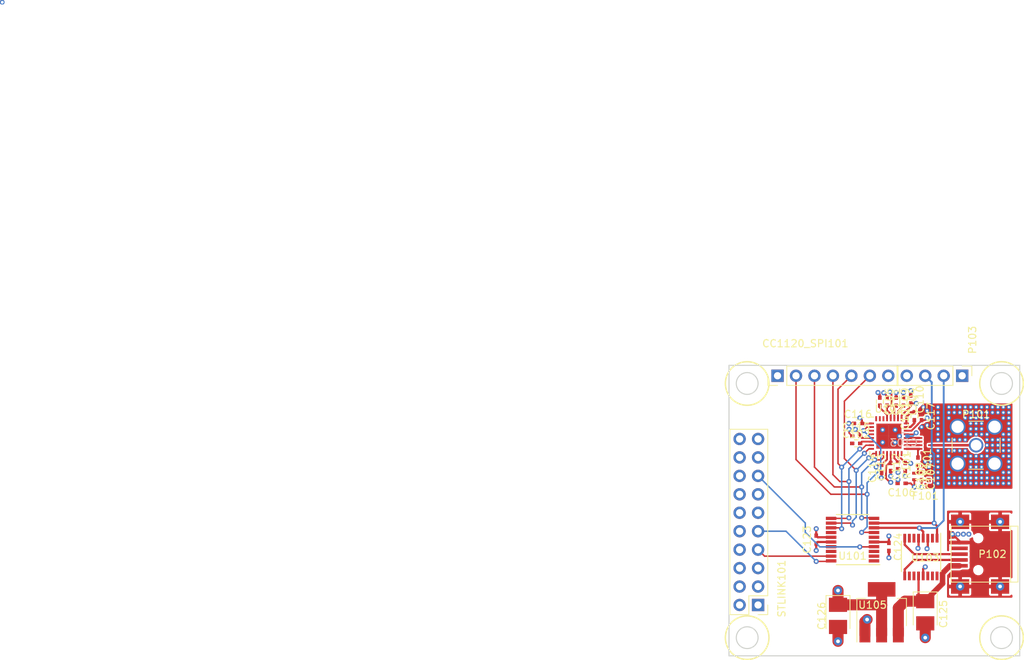
<source format=kicad_pcb>
(kicad_pcb (version 4) (host pcbnew 4.0.4-stable)
  (layers (0 RF.Cu signal) (1 GND.Cu power hide) (2 VCC.Cu power hide) (31 Digi.Cu signal) (34 B.Paste user hide) (35 F.Paste user hide) (36 B.SilkS user) (37 F.SilkS user) (38 B.Mask user) (39 F.Mask user) (44 Edge.Cuts user))
  (net 0 "")
  (net 1 "Net-(C101-Pad1)")
  (net 2 "Net-(C101-Pad2)")
  (net 3 GND)
  (net 4 "Net-(C102-Pad2)")
  (net 5 "Net-(C103-Pad2)")
  (net 6 "Net-(C104-Pad2)")
  (net 7 "Net-(C105-Pad2)")
  (net 8 "Net-(R101-Pad1)")
  (net 9 +3V3)
  (net 10 "Net-(F101-Pad2)")
  (net 11 "Net-(F101-Pad3)")
  (net 12 "Net-(F101-Pad4)")
  (net 13 "Net-(F101-Pad7)")
  (net 14 "Net-(F101-Pad1)")
  (net 15 "Net-(C107-Pad1)")
  (net 16 +5V)
  (net 17 SWDIO)
  (net 18 SWCLK)
  (net 19 NRST)
  (net 20 "Net-(P102-Pad2)")
  (net 21 "Net-(P102-Pad3)")
  (net 22 FTDI_RX)
  (net 23 FTDI_TX)
  (net 24 "Net-(CC1120_SPI101-Pad2)")
  (net 25 "Net-(CC1120_SPI101-Pad3)")
  (net 26 "Net-(CC1120_SPI101-Pad4)")
  (net 27 "Net-(CC1120_SPI101-Pad5)")
  (net 28 "Net-(CC1120_SPI101-Pad6)")
  (module gnd-stitch:GND-STITCH (layer RF.Cu) (at 126.75 55.75)
    (fp_text reference REF** hide)
    (fp_text value GND-STITCH hide)
    (pad 1 thru_hole circle (at 0 0) (size 0.6096 0.6096) (drill 0.3048) (layers *.Cu) (net 3 GND))
  )
  (module gnd-stitch:GND-STITCH (layer RF.Cu) (at 126.5 58.5)
    (fp_text reference REF** hide)
    (fp_text value GND-STITCH hide)
    (pad 1 thru_hole circle (at 0 0) (size 0.6096 0.6096) (drill 0.3048) (layers *.Cu) (net 3 GND))
  )
  (module gnd-stitch:GND-STITCH (layer RF.Cu) (at 130.25 66.25)
    (fp_text reference REF** hide)
    (fp_text value GND-STITCH hide)
    (pad 1 thru_hole circle (at 0 0) (size 0.6096 0.6096) (drill 0.3048) (layers *.Cu) (net 3 GND))
  )
  (module gnd-stitch:GND-STITCH (layer RF.Cu) (at 130.25 64.75)
    (fp_text reference REF** hide)
    (fp_text value GND-STITCH hide)
    (pad 1 thru_hole circle (at 0 0) (size 0.6096 0.6096) (drill 0.3048) (layers *.Cu) (net 3 GND))
  )
  (module gnd-stitch:GND-STITCH (layer RF.Cu) (at 130.25 65.5)
    (fp_text reference REF** hide)
    (fp_text value GND-STITCH hide)
    (pad 1 thru_hole circle (at 0 0) (size 0.6096 0.6096) (drill 0.3048) (layers *.Cu) (net 3 GND))
  )
  (module gnd-stitch:GND-STITCH (layer RF.Cu) (at 130.25 62.5)
    (fp_text reference REF** hide)
    (fp_text value GND-STITCH hide)
    (pad 1 thru_hole circle (at 0 0) (size 0.6096 0.6096) (drill 0.3048) (layers *.Cu) (net 3 GND))
  )
  (module gnd-stitch:GND-STITCH (layer RF.Cu) (at 130.25 61.75)
    (fp_text reference REF** hide)
    (fp_text value GND-STITCH hide)
    (pad 1 thru_hole circle (at 0 0) (size 0.6096 0.6096) (drill 0.3048) (layers *.Cu) (net 3 GND))
  )
  (module gnd-stitch:GND-STITCH (layer RF.Cu) (at 130.25 59.5)
    (fp_text reference REF** hide)
    (fp_text value GND-STITCH hide)
    (pad 1 thru_hole circle (at 0 0) (size 0.6096 0.6096) (drill 0.3048) (layers *.Cu) (net 3 GND))
  )
  (module gnd-stitch:GND-STITCH (layer RF.Cu) (at 130.25 60.25)
    (fp_text reference REF** hide)
    (fp_text value GND-STITCH hide)
    (pad 1 thru_hole circle (at 0 0) (size 0.6096 0.6096) (drill 0.3048) (layers *.Cu) (net 3 GND))
  )
  (module gnd-stitch:GND-STITCH (layer RF.Cu) (at 127.5 64)
    (fp_text reference REF** hide)
    (fp_text value GND-STITCH hide)
    (pad 1 thru_hole circle (at 0 0) (size 0.6096 0.6096) (drill 0.3048) (layers *.Cu) (net 3 GND))
  )
  (module gnd-stitch:GND-STITCH (layer RF.Cu) (at 127.75 63.25)
    (fp_text reference REF** hide)
    (fp_text value GND-STITCH hide)
    (pad 1 thru_hole circle (at 0 0) (size 0.6096 0.6096) (drill 0.3048) (layers *.Cu) (net 3 GND))
  )
  (module gnd-stitch:GND-STITCH (layer RF.Cu) (at 127 63.25)
    (fp_text reference REF** hide)
    (fp_text value GND-STITCH hide)
    (pad 1 thru_hole circle (at 0 0) (size 0.6096 0.6096) (drill 0.3048) (layers *.Cu) (net 3 GND))
  )
  (module gnd-stitch:GND-STITCH (layer RF.Cu) (at 127.75 62.5)
    (fp_text reference REF** hide)
    (fp_text value GND-STITCH hide)
    (pad 1 thru_hole circle (at 0 0) (size 0.6096 0.6096) (drill 0.3048) (layers *.Cu) (net 3 GND))
  )
  (module gnd-stitch:GND-STITCH (layer RF.Cu) (at 127.25 58.25)
    (fp_text reference REF** hide)
    (fp_text value GND-STITCH hide)
    (pad 1 thru_hole circle (at 0 0) (size 0.6096 0.6096) (drill 0.3048) (layers *.Cu) (net 3 GND))
  )
  (module gnd-stitch:GND-STITCH (layer RF.Cu) (at 127.25 56.25)
    (fp_text reference REF** hide)
    (fp_text value GND-STITCH hide)
    (pad 1 thru_hole circle (at 0 0) (size 0.6096 0.6096) (drill 0.3048) (layers *.Cu) (net 3 GND))
  )
  (module gnd-stitch:GND-STITCH (layer RF.Cu) (at 128.75 55.75)
    (fp_text reference REF** hide)
    (fp_text value GND-STITCH hide)
    (pad 1 thru_hole circle (at 0 0) (size 0.6096 0.6096) (drill 0.3048) (layers *.Cu) (net 3 GND))
  )
  (module gnd-stitch:GND-STITCH (layer RF.Cu) (at 138.5 55.75)
    (fp_text reference REF** hide)
    (fp_text value GND-STITCH hide)
    (pad 1 thru_hole circle (at 0 0) (size 0.6096 0.6096) (drill 0.3048) (layers *.Cu) (net 3 GND))
  )
  (module gnd-stitch:GND-STITCH (layer RF.Cu) (at 137.75 55.75)
    (fp_text reference REF** hide)
    (fp_text value GND-STITCH hide)
    (pad 1 thru_hole circle (at 0 0) (size 0.6096 0.6096) (drill 0.3048) (layers *.Cu) (net 3 GND))
  )
  (module gnd-stitch:GND-STITCH (layer RF.Cu) (at 137 55.75)
    (fp_text reference REF** hide)
    (fp_text value GND-STITCH hide)
    (pad 1 thru_hole circle (at 0 0) (size 0.6096 0.6096) (drill 0.3048) (layers *.Cu) (net 3 GND))
  )
  (module gnd-stitch:GND-STITCH (layer RF.Cu) (at 136.25 55.75)
    (fp_text reference REF** hide)
    (fp_text value GND-STITCH hide)
    (pad 1 thru_hole circle (at 0 0) (size 0.6096 0.6096) (drill 0.3048) (layers *.Cu) (net 3 GND))
  )
  (module gnd-stitch:GND-STITCH (layer RF.Cu) (at 135.5 55.75)
    (fp_text reference REF** hide)
    (fp_text value GND-STITCH hide)
    (pad 1 thru_hole circle (at 0 0) (size 0.6096 0.6096) (drill 0.3048) (layers *.Cu) (net 3 GND))
  )
  (module gnd-stitch:GND-STITCH (layer RF.Cu) (at 134.75 55.75)
    (fp_text reference REF** hide)
    (fp_text value GND-STITCH hide)
    (pad 1 thru_hole circle (at 0 0) (size 0.6096 0.6096) (drill 0.3048) (layers *.Cu) (net 3 GND))
  )
  (module gnd-stitch:GND-STITCH (layer RF.Cu) (at 134 55.75)
    (fp_text reference REF** hide)
    (fp_text value GND-STITCH hide)
    (pad 1 thru_hole circle (at 0 0) (size 0.6096 0.6096) (drill 0.3048) (layers *.Cu) (net 3 GND))
  )
  (module gnd-stitch:GND-STITCH (layer RF.Cu) (at 133.25 55.75)
    (fp_text reference REF** hide)
    (fp_text value GND-STITCH hide)
    (pad 1 thru_hole circle (at 0 0) (size 0.6096 0.6096) (drill 0.3048) (layers *.Cu) (net 3 GND))
  )
  (module gnd-stitch:GND-STITCH (layer RF.Cu) (at 132.5 55.75)
    (fp_text reference REF** hide)
    (fp_text value GND-STITCH hide)
    (pad 1 thru_hole circle (at 0 0) (size 0.6096 0.6096) (drill 0.3048) (layers *.Cu) (net 3 GND))
  )
  (module gnd-stitch:GND-STITCH (layer RF.Cu) (at 131.75 55.75)
    (fp_text reference REF** hide)
    (fp_text value GND-STITCH hide)
    (pad 1 thru_hole circle (at 0 0) (size 0.6096 0.6096) (drill 0.3048) (layers *.Cu) (net 3 GND))
  )
  (module gnd-stitch:GND-STITCH (layer RF.Cu) (at 131 55.75)
    (fp_text reference REF** hide)
    (fp_text value GND-STITCH hide)
    (pad 1 thru_hole circle (at 0 0) (size 0.6096 0.6096) (drill 0.3048) (layers *.Cu) (net 3 GND))
  )
  (module gnd-stitch:GND-STITCH (layer RF.Cu) (at 130.25 55.75)
    (fp_text reference REF** hide)
    (fp_text value GND-STITCH hide)
    (pad 1 thru_hole circle (at 0 0) (size 0.6096 0.6096) (drill 0.3048) (layers *.Cu) (net 3 GND))
  )
  (module gnd-stitch:GND-STITCH (layer RF.Cu) (at 132.5 57.25)
    (fp_text reference REF** hide)
    (fp_text value GND-STITCH hide)
    (pad 1 thru_hole circle (at 0 0) (size 0.6096 0.6096) (drill 0.3048) (layers *.Cu) (net 3 GND))
  )
  (module gnd-stitch:GND-STITCH (layer RF.Cu) (at 130.25 57.25)
    (fp_text reference REF** hide)
    (fp_text value GND-STITCH hide)
    (pad 1 thru_hole circle (at 0 0) (size 0.6096 0.6096) (drill 0.3048) (layers *.Cu) (net 3 GND))
  )
  (module gnd-stitch:GND-STITCH (layer RF.Cu) (at 130.25 56.5)
    (fp_text reference REF** hide)
    (fp_text value GND-STITCH hide)
    (pad 1 thru_hole circle (at 0 0) (size 0.6096 0.6096) (drill 0.3048) (layers *.Cu) (net 3 GND))
  )
  (module gnd-stitch:GND-STITCH (layer RF.Cu) (at 131 56.5)
    (fp_text reference REF** hide)
    (fp_text value GND-STITCH hide)
    (pad 1 thru_hole circle (at 0 0) (size 0.6096 0.6096) (drill 0.3048) (layers *.Cu) (net 3 GND))
  )
  (module gnd-stitch:GND-STITCH (layer RF.Cu) (at 131.75 56.5)
    (fp_text reference REF** hide)
    (fp_text value GND-STITCH hide)
    (pad 1 thru_hole circle (at 0 0) (size 0.6096 0.6096) (drill 0.3048) (layers *.Cu) (net 3 GND))
  )
  (module gnd-stitch:GND-STITCH (layer RF.Cu) (at 132.5 56.5)
    (fp_text reference REF** hide)
    (fp_text value GND-STITCH hide)
    (pad 1 thru_hole circle (at 0 0) (size 0.6096 0.6096) (drill 0.3048) (layers *.Cu) (net 3 GND))
  )
  (module gnd-stitch:GND-STITCH (layer RF.Cu) (at 135.5 56.5)
    (fp_text reference REF** hide)
    (fp_text value GND-STITCH hide)
    (pad 1 thru_hole circle (at 0 0) (size 0.6096 0.6096) (drill 0.3048) (layers *.Cu) (net 3 GND))
  )
  (module gnd-stitch:GND-STITCH (layer RF.Cu) (at 136.25 56.5)
    (fp_text reference REF** hide)
    (fp_text value GND-STITCH hide)
    (pad 1 thru_hole circle (at 0 0) (size 0.6096 0.6096) (drill 0.3048) (layers *.Cu) (net 3 GND))
  )
  (module gnd-stitch:GND-STITCH (layer RF.Cu) (at 137 56.5)
    (fp_text reference REF** hide)
    (fp_text value GND-STITCH hide)
    (pad 1 thru_hole circle (at 0 0) (size 0.6096 0.6096) (drill 0.3048) (layers *.Cu) (net 3 GND))
  )
  (module gnd-stitch:GND-STITCH (layer RF.Cu) (at 137.75 56.5)
    (fp_text reference REF** hide)
    (fp_text value GND-STITCH hide)
    (pad 1 thru_hole circle (at 0 0) (size 0.6096 0.6096) (drill 0.3048) (layers *.Cu) (net 3 GND))
  )
  (module gnd-stitch:GND-STITCH (layer RF.Cu) (at 138.5 56.5)
    (fp_text reference REF** hide)
    (fp_text value GND-STITCH hide)
    (pad 1 thru_hole circle (at 0 0) (size 0.6096 0.6096) (drill 0.3048) (layers *.Cu) (net 3 GND))
  )
  (module gnd-stitch:GND-STITCH (layer RF.Cu) (at 138.5 57.25)
    (fp_text reference REF** hide)
    (fp_text value GND-STITCH hide)
    (pad 1 thru_hole circle (at 0 0) (size 0.6096 0.6096) (drill 0.3048) (layers *.Cu) (net 3 GND))
  )
  (module gnd-stitch:GND-STITCH (layer RF.Cu) (at 138.5 58)
    (fp_text reference REF** hide)
    (fp_text value GND-STITCH hide)
    (pad 1 thru_hole circle (at 0 0) (size 0.6096 0.6096) (drill 0.3048) (layers *.Cu) (net 3 GND))
  )
  (module gnd-stitch:GND-STITCH (layer RF.Cu) (at 137.75 57.25)
    (fp_text reference REF** hide)
    (fp_text value GND-STITCH hide)
    (pad 1 thru_hole circle (at 0 0) (size 0.6096 0.6096) (drill 0.3048) (layers *.Cu) (net 3 GND))
  )
  (module gnd-stitch:GND-STITCH (layer RF.Cu) (at 135.5 57.25)
    (fp_text reference REF** hide)
    (fp_text value GND-STITCH hide)
    (pad 1 thru_hole circle (at 0 0) (size 0.6096 0.6096) (drill 0.3048) (layers *.Cu) (net 3 GND))
  )
  (module gnd-stitch:GND-STITCH (layer RF.Cu) (at 137 60.25)
    (fp_text reference REF** hide)
    (fp_text value GND-STITCH hide)
    (pad 1 thru_hole circle (at 0 0) (size 0.6096 0.6096) (drill 0.3048) (layers *.Cu) (net 3 GND))
  )
  (module gnd-stitch:GND-STITCH (layer RF.Cu) (at 137 61)
    (fp_text reference REF** hide)
    (fp_text value GND-STITCH hide)
    (pad 1 thru_hole circle (at 0 0) (size 0.6096 0.6096) (drill 0.3048) (layers *.Cu) (net 3 GND))
  )
  (module gnd-stitch:GND-STITCH (layer RF.Cu) (at 137 61.75)
    (fp_text reference REF** hide)
    (fp_text value GND-STITCH hide)
    (pad 1 thru_hole circle (at 0 0) (size 0.6096 0.6096) (drill 0.3048) (layers *.Cu) (net 3 GND))
  )
  (module gnd-stitch:GND-STITCH (layer RF.Cu) (at 137.75 62.5)
    (fp_text reference REF** hide)
    (fp_text value GND-STITCH hide)
    (pad 1 thru_hole circle (at 0 0) (size 0.6096 0.6096) (drill 0.3048) (layers *.Cu) (net 3 GND))
  )
  (module gnd-stitch:GND-STITCH (layer RF.Cu) (at 137.75 61.75)
    (fp_text reference REF** hide)
    (fp_text value GND-STITCH hide)
    (pad 1 thru_hole circle (at 0 0) (size 0.6096 0.6096) (drill 0.3048) (layers *.Cu) (net 3 GND))
  )
  (module gnd-stitch:GND-STITCH (layer RF.Cu) (at 137.75 61)
    (fp_text reference REF** hide)
    (fp_text value GND-STITCH hide)
    (pad 1 thru_hole circle (at 0 0) (size 0.6096 0.6096) (drill 0.3048) (layers *.Cu) (net 3 GND))
  )
  (module gnd-stitch:GND-STITCH (layer RF.Cu) (at 137.75 60.25)
    (fp_text reference REF** hide)
    (fp_text value GND-STITCH hide)
    (pad 1 thru_hole circle (at 0 0) (size 0.6096 0.6096) (drill 0.3048) (layers *.Cu) (net 3 GND))
  )
  (module gnd-stitch:GND-STITCH (layer RF.Cu) (at 137.75 59.5)
    (fp_text reference REF** hide)
    (fp_text value GND-STITCH hide)
    (pad 1 thru_hole circle (at 0 0) (size 0.6096 0.6096) (drill 0.3048) (layers *.Cu) (net 3 GND))
  )
  (module gnd-stitch:GND-STITCH (layer RF.Cu) (at 138.5 58.75)
    (fp_text reference REF** hide)
    (fp_text value GND-STITCH hide)
    (pad 1 thru_hole circle (at 0 0) (size 0.6096 0.6096) (drill 0.3048) (layers *.Cu) (net 3 GND))
  )
  (module gnd-stitch:GND-STITCH (layer RF.Cu) (at 138.5 59.5)
    (fp_text reference REF** hide)
    (fp_text value GND-STITCH hide)
    (pad 1 thru_hole circle (at 0 0) (size 0.6096 0.6096) (drill 0.3048) (layers *.Cu) (net 3 GND))
  )
  (module gnd-stitch:GND-STITCH (layer RF.Cu) (at 138.5 60.25)
    (fp_text reference REF** hide)
    (fp_text value GND-STITCH hide)
    (pad 1 thru_hole circle (at 0 0) (size 0.6096 0.6096) (drill 0.3048) (layers *.Cu) (net 3 GND))
  )
  (module gnd-stitch:GND-STITCH (layer RF.Cu) (at 138.5 61)
    (fp_text reference REF** hide)
    (fp_text value GND-STITCH hide)
    (pad 1 thru_hole circle (at 0 0) (size 0.6096 0.6096) (drill 0.3048) (layers *.Cu) (net 3 GND))
  )
  (module gnd-stitch:GND-STITCH (layer RF.Cu) (at 138.5 61.75)
    (fp_text reference REF** hide)
    (fp_text value GND-STITCH hide)
    (pad 1 thru_hole circle (at 0 0) (size 0.6096 0.6096) (drill 0.3048) (layers *.Cu) (net 3 GND))
  )
  (module gnd-stitch:GND-STITCH (layer RF.Cu) (at 138.5 62.5)
    (fp_text reference REF** hide)
    (fp_text value GND-STITCH hide)
    (pad 1 thru_hole circle (at 0 0) (size 0.6096 0.6096) (drill 0.3048) (layers *.Cu) (net 3 GND))
  )
  (module gnd-stitch:GND-STITCH (layer RF.Cu) (at 138.5 63.25)
    (fp_text reference REF** hide)
    (fp_text value GND-STITCH hide)
    (pad 1 thru_hole circle (at 0 0) (size 0.6096 0.6096) (drill 0.3048) (layers *.Cu) (net 3 GND))
  )
  (module gnd-stitch:GND-STITCH (layer RF.Cu) (at 138.5 64)
    (fp_text reference REF** hide)
    (fp_text value GND-STITCH hide)
    (pad 1 thru_hole circle (at 0 0) (size 0.6096 0.6096) (drill 0.3048) (layers *.Cu) (net 3 GND))
  )
  (module gnd-stitch:GND-STITCH (layer RF.Cu) (at 138.5 66.25)
    (fp_text reference REF** hide)
    (fp_text value GND-STITCH hide)
    (pad 1 thru_hole circle (at 0 0) (size 0.6096 0.6096) (drill 0.3048) (layers *.Cu) (net 3 GND))
  )
  (module gnd-stitch:GND-STITCH (layer RF.Cu) (at 138.5 65.5)
    (fp_text reference REF** hide)
    (fp_text value GND-STITCH hide)
    (pad 1 thru_hole circle (at 0 0) (size 0.6096 0.6096) (drill 0.3048) (layers *.Cu) (net 3 GND))
  )
  (module gnd-stitch:GND-STITCH (layer RF.Cu) (at 138.5 64.75)
    (fp_text reference REF** hide)
    (fp_text value GND-STITCH hide)
    (pad 1 thru_hole circle (at 0 0) (size 0.6096 0.6096) (drill 0.3048) (layers *.Cu) (net 3 GND))
  )
  (module gnd-stitch:GND-STITCH (layer RF.Cu) (at 137.75 64.75)
    (fp_text reference REF** hide)
    (fp_text value GND-STITCH hide)
    (pad 1 thru_hole circle (at 0 0) (size 0.6096 0.6096) (drill 0.3048) (layers *.Cu) (net 3 GND))
  )
  (module gnd-stitch:GND-STITCH (layer RF.Cu) (at 137.75 66.25)
    (fp_text reference REF** hide)
    (fp_text value GND-STITCH hide)
    (pad 1 thru_hole circle (at 0 0) (size 0.6096 0.6096) (drill 0.3048) (layers *.Cu) (net 3 GND))
  )
  (module gnd-stitch:GND-STITCH (layer RF.Cu) (at 137 66.25)
    (fp_text reference REF** hide)
    (fp_text value GND-STITCH hide)
    (pad 1 thru_hole circle (at 0 0) (size 0.6096 0.6096) (drill 0.3048) (layers *.Cu) (net 3 GND))
  )
  (module gnd-stitch:GND-STITCH (layer RF.Cu) (at 136.25 66.25)
    (fp_text reference REF** hide)
    (fp_text value GND-STITCH hide)
    (pad 1 thru_hole circle (at 0 0) (size 0.6096 0.6096) (drill 0.3048) (layers *.Cu) (net 3 GND))
  )
  (module gnd-stitch:GND-STITCH (layer RF.Cu) (at 135.5 66.25)
    (fp_text reference REF** hide)
    (fp_text value GND-STITCH hide)
    (pad 1 thru_hole circle (at 0 0) (size 0.6096 0.6096) (drill 0.3048) (layers *.Cu) (net 3 GND))
  )
  (module gnd-stitch:GND-STITCH (layer RF.Cu) (at 134.75 66.25)
    (fp_text reference REF** hide)
    (fp_text value GND-STITCH hide)
    (pad 1 thru_hole circle (at 0 0) (size 0.6096 0.6096) (drill 0.3048) (layers *.Cu) (net 3 GND))
  )
  (module gnd-stitch:GND-STITCH (layer RF.Cu) (at 134 66.25)
    (fp_text reference REF** hide)
    (fp_text value GND-STITCH hide)
    (pad 1 thru_hole circle (at 0 0) (size 0.6096 0.6096) (drill 0.3048) (layers *.Cu) (net 3 GND))
  )
  (module gnd-stitch:GND-STITCH (layer RF.Cu) (at 133.25 66.25)
    (fp_text reference REF** hide)
    (fp_text value GND-STITCH hide)
    (pad 1 thru_hole circle (at 0 0) (size 0.6096 0.6096) (drill 0.3048) (layers *.Cu) (net 3 GND))
  )
  (module gnd-stitch:GND-STITCH (layer RF.Cu) (at 132.5 66.25)
    (fp_text reference REF** hide)
    (fp_text value GND-STITCH hide)
    (pad 1 thru_hole circle (at 0 0) (size 0.6096 0.6096) (drill 0.3048) (layers *.Cu) (net 3 GND))
  )
  (module gnd-stitch:GND-STITCH (layer RF.Cu) (at 131.75 66.25)
    (fp_text reference REF** hide)
    (fp_text value GND-STITCH hide)
    (pad 1 thru_hole circle (at 0 0) (size 0.6096 0.6096) (drill 0.3048) (layers *.Cu) (net 3 GND))
  )
  (module gnd-stitch:GND-STITCH (layer RF.Cu) (at 131 66.25)
    (fp_text reference REF** hide)
    (fp_text value GND-STITCH hide)
    (pad 1 thru_hole circle (at 0 0) (size 0.6096 0.6096) (drill 0.3048) (layers *.Cu) (net 3 GND))
  )
  (module gnd-stitch:GND-STITCH (layer RF.Cu) (at 137.75 65.5)
    (fp_text reference REF** hide)
    (fp_text value GND-STITCH hide)
    (pad 1 thru_hole circle (at 0 0) (size 0.6096 0.6096) (drill 0.3048) (layers *.Cu) (net 3 GND))
  )
  (module gnd-stitch:GND-STITCH (layer RF.Cu) (at 137 65.5)
    (fp_text reference REF** hide)
    (fp_text value GND-STITCH hide)
    (pad 1 thru_hole circle (at 0 0) (size 0.6096 0.6096) (drill 0.3048) (layers *.Cu) (net 3 GND))
  )
  (module gnd-stitch:GND-STITCH (layer RF.Cu) (at 136.25 65.5)
    (fp_text reference REF** hide)
    (fp_text value GND-STITCH hide)
    (pad 1 thru_hole circle (at 0 0) (size 0.6096 0.6096) (drill 0.3048) (layers *.Cu) (net 3 GND))
  )
  (module gnd-stitch:GND-STITCH (layer RF.Cu) (at 135.5 65.5)
    (fp_text reference REF** hide)
    (fp_text value GND-STITCH hide)
    (pad 1 thru_hole circle (at 0 0) (size 0.6096 0.6096) (drill 0.3048) (layers *.Cu) (net 3 GND))
  )
  (module gnd-stitch:GND-STITCH (layer RF.Cu) (at 134.75 65.5)
    (fp_text reference REF** hide)
    (fp_text value GND-STITCH hide)
    (pad 1 thru_hole circle (at 0 0) (size 0.6096 0.6096) (drill 0.3048) (layers *.Cu) (net 3 GND))
  )
  (module gnd-stitch:GND-STITCH (layer RF.Cu) (at 134 65.5)
    (fp_text reference REF** hide)
    (fp_text value GND-STITCH hide)
    (pad 1 thru_hole circle (at 0 0) (size 0.6096 0.6096) (drill 0.3048) (layers *.Cu) (net 3 GND))
  )
  (module gnd-stitch:GND-STITCH (layer RF.Cu) (at 133.25 65.5)
    (fp_text reference REF** hide)
    (fp_text value GND-STITCH hide)
    (pad 1 thru_hole circle (at 0 0) (size 0.6096 0.6096) (drill 0.3048) (layers *.Cu) (net 3 GND))
  )
  (module gnd-stitch:GND-STITCH (layer RF.Cu) (at 132.5 65.5)
    (fp_text reference REF** hide)
    (fp_text value GND-STITCH hide)
    (pad 1 thru_hole circle (at 0 0) (size 0.6096 0.6096) (drill 0.3048) (layers *.Cu) (net 3 GND))
  )
  (module gnd-stitch:GND-STITCH (layer RF.Cu) (at 131.75 65.5)
    (fp_text reference REF** hide)
    (fp_text value GND-STITCH hide)
    (pad 1 thru_hole circle (at 0 0) (size 0.6096 0.6096) (drill 0.3048) (layers *.Cu) (net 3 GND))
  )
  (module gnd-stitch:GND-STITCH (layer RF.Cu) (at 131 65.5)
    (fp_text reference REF** hide)
    (fp_text value GND-STITCH hide)
    (pad 1 thru_hole circle (at 0 0) (size 0.6096 0.6096) (drill 0.3048) (layers *.Cu) (net 3 GND))
  )
  (module gnd-stitch:GND-STITCH (layer RF.Cu) (at 135.5 64.75)
    (fp_text reference REF** hide)
    (fp_text value GND-STITCH hide)
    (pad 1 thru_hole circle (at 0 0) (size 0.6096 0.6096) (drill 0.3048) (layers *.Cu) (net 3 GND))
  )
  (module gnd-stitch:GND-STITCH (layer RF.Cu) (at 132.5 64.75)
    (fp_text reference REF** hide)
    (fp_text value GND-STITCH hide)
    (pad 1 thru_hole circle (at 0 0) (size 0.6096 0.6096) (drill 0.3048) (layers *.Cu) (net 3 GND))
  )
  (module gnd-stitch:GND-STITCH (layer RF.Cu) (at 133.25 64.75)
    (fp_text reference REF** hide)
    (fp_text value GND-STITCH hide)
    (pad 1 thru_hole circle (at 0 0) (size 0.6096 0.6096) (drill 0.3048) (layers *.Cu) (net 3 GND))
  )
  (module gnd-stitch:GND-STITCH (layer RF.Cu) (at 134 64.75)
    (fp_text reference REF** hide)
    (fp_text value GND-STITCH hide)
    (pad 1 thru_hole circle (at 0 0) (size 0.6096 0.6096) (drill 0.3048) (layers *.Cu) (net 3 GND))
  )
  (module gnd-stitch:GND-STITCH (layer RF.Cu) (at 134.75 64.75)
    (fp_text reference REF** hide)
    (fp_text value GND-STITCH hide)
    (pad 1 thru_hole circle (at 0 0) (size 0.6096 0.6096) (drill 0.3048) (layers *.Cu) (net 3 GND))
  )
  (module gnd-stitch:GND-STITCH (layer RF.Cu) (at 134.75 64)
    (fp_text reference REF** hide)
    (fp_text value GND-STITCH hide)
    (pad 1 thru_hole circle (at 0 0) (size 0.6096 0.6096) (drill 0.3048) (layers *.Cu) (net 3 GND))
  )
  (module gnd-stitch:GND-STITCH (layer RF.Cu) (at 134 64)
    (fp_text reference REF** hide)
    (fp_text value GND-STITCH hide)
    (pad 1 thru_hole circle (at 0 0) (size 0.6096 0.6096) (drill 0.3048) (layers *.Cu) (net 3 GND))
  )
  (module gnd-stitch:GND-STITCH (layer RF.Cu) (at 133.25 64)
    (fp_text reference REF** hide)
    (fp_text value GND-STITCH hide)
    (pad 1 thru_hole circle (at 0 0) (size 0.6096 0.6096) (drill 0.3048) (layers *.Cu) (net 3 GND))
  )
  (module gnd-stitch:GND-STITCH (layer RF.Cu) (at 134.75 56.5)
    (fp_text reference REF** hide)
    (fp_text value GND-STITCH hide)
    (pad 1 thru_hole circle (at 0 0) (size 0.6096 0.6096) (drill 0.3048) (layers *.Cu) (net 3 GND))
  )
  (module gnd-stitch:GND-STITCH (layer RF.Cu) (at 134 56.5)
    (fp_text reference REF** hide)
    (fp_text value GND-STITCH hide)
    (pad 1 thru_hole circle (at 0 0) (size 0.6096 0.6096) (drill 0.3048) (layers *.Cu) (net 3 GND))
  )
  (module gnd-stitch:GND-STITCH (layer RF.Cu) (at 133.25 56.5)
    (fp_text reference REF** hide)
    (fp_text value GND-STITCH hide)
    (pad 1 thru_hole circle (at 0 0) (size 0.6096 0.6096) (drill 0.3048) (layers *.Cu) (net 3 GND))
  )
  (module gnd-stitch:GND-STITCH (layer RF.Cu) (at 133.25 57.25)
    (fp_text reference REF** hide)
    (fp_text value GND-STITCH hide)
    (pad 1 thru_hole circle (at 0 0) (size 0.6096 0.6096) (drill 0.3048) (layers *.Cu) (net 3 GND))
  )
  (module gnd-stitch:GND-STITCH (layer RF.Cu) (at 134 57.25)
    (fp_text reference REF** hide)
    (fp_text value GND-STITCH hide)
    (pad 1 thru_hole circle (at 0 0) (size 0.6096 0.6096) (drill 0.3048) (layers *.Cu) (net 3 GND))
  )
  (module gnd-stitch:GND-STITCH (layer RF.Cu) (at 134.75 57.25)
    (fp_text reference REF** hide)
    (fp_text value GND-STITCH hide)
    (pad 1 thru_hole circle (at 0 0) (size 0.6096 0.6096) (drill 0.3048) (layers *.Cu) (net 3 GND))
  )
  (module gnd-stitch:GND-STITCH (layer RF.Cu) (at 134.75 58)
    (fp_text reference REF** hide)
    (fp_text value GND-STITCH hide)
    (pad 1 thru_hole circle (at 0 0) (size 0.6096 0.6096) (drill 0.3048) (layers *.Cu) (net 3 GND))
  )
  (module gnd-stitch:GND-STITCH (layer RF.Cu) (at 134 58)
    (fp_text reference REF** hide)
    (fp_text value GND-STITCH hide)
    (pad 1 thru_hole circle (at 0 0) (size 0.6096 0.6096) (drill 0.3048) (layers *.Cu) (net 3 GND))
  )
  (module gnd-stitch:GND-STITCH (layer RF.Cu) (at 133.25 58)
    (fp_text reference REF** hide)
    (fp_text value GND-STITCH hide)
    (pad 1 thru_hole circle (at 0 0) (size 0.6096 0.6096) (drill 0.3048) (layers *.Cu) (net 3 GND))
  )
  (module gnd-stitch:GND-STITCH (layer RF.Cu) (at 134 59.5)
    (fp_text reference REF** hide)
    (fp_text value GND-STITCH hide)
    (pad 1 thru_hole circle (at 0 0) (size 0.6096 0.6096) (drill 0.3048) (layers *.Cu) (net 3 GND))
  )
  (module gnd-stitch:GND-STITCH (layer RF.Cu) (at 134 62.5)
    (fp_text reference REF** hide)
    (fp_text value GND-STITCH hide)
    (pad 1 thru_hole circle (at 0 0) (size 0.6096 0.6096) (drill 0.3048) (layers *.Cu) (net 3 GND))
  )
  (module gnd-stitch:GND-STITCH (layer RF.Cu) (at 135.5 61)
    (fp_text reference REF** hide)
    (fp_text value GND-STITCH hide)
    (pad 1 thru_hole circle (at 0 0) (size 0.6096 0.6096) (drill 0.3048) (layers *.Cu) (net 3 GND))
  )
  (module gnd-stitch:GND-STITCH (layer RF.Cu) (at 134.75 58.75)
    (fp_text reference REF** hide)
    (fp_text value GND-STITCH hide)
    (pad 1 thru_hole circle (at 0 0) (size 0.6096 0.6096) (drill 0.3048) (layers *.Cu) (net 3 GND))
  )
  (module gnd-stitch:GND-STITCH (layer RF.Cu) (at 134 58.75)
    (fp_text reference REF** hide)
    (fp_text value GND-STITCH hide)
    (pad 1 thru_hole circle (at 0 0) (size 0.6096 0.6096) (drill 0.3048) (layers *.Cu) (net 3 GND))
  )
  (module gnd-stitch:GND-STITCH (layer RF.Cu) (at 133.25 58.75)
    (fp_text reference REF** hide)
    (fp_text value GND-STITCH hide)
    (pad 1 thru_hole circle (at 0 0) (size 0.6096 0.6096) (drill 0.3048) (layers *.Cu) (net 3 GND))
  )
  (module gnd-stitch:GND-STITCH (layer RF.Cu) (at 133.25 59.5)
    (fp_text reference REF** hide)
    (fp_text value GND-STITCH hide)
    (pad 1 thru_hole circle (at 0 0) (size 0.6096 0.6096) (drill 0.3048) (layers *.Cu) (net 3 GND))
  )
  (module gnd-stitch:GND-STITCH (layer RF.Cu) (at 132.5 59.5)
    (fp_text reference REF** hide)
    (fp_text value GND-STITCH hide)
    (pad 1 thru_hole circle (at 0 0) (size 0.6096 0.6096) (drill 0.3048) (layers *.Cu) (net 3 GND))
  )
  (module gnd-stitch:GND-STITCH (layer RF.Cu) (at 134.75 59.5)
    (fp_text reference REF** hide)
    (fp_text value GND-STITCH hide)
    (pad 1 thru_hole circle (at 0 0) (size 0.6096 0.6096) (drill 0.3048) (layers *.Cu) (net 3 GND))
  )
  (module gnd-stitch:GND-STITCH (layer RF.Cu) (at 135.5 59.5)
    (fp_text reference REF** hide)
    (fp_text value GND-STITCH hide)
    (pad 1 thru_hole circle (at 0 0) (size 0.6096 0.6096) (drill 0.3048) (layers *.Cu) (net 3 GND))
  )
  (module gnd-stitch:GND-STITCH (layer RF.Cu) (at 135.5 60.25)
    (fp_text reference REF** hide)
    (fp_text value GND-STITCH hide)
    (pad 1 thru_hole circle (at 0 0) (size 0.6096 0.6096) (drill 0.3048) (layers *.Cu) (net 3 GND))
  )
  (module gnd-stitch:GND-STITCH (layer RF.Cu) (at 136.25 60.25)
    (fp_text reference REF** hide)
    (fp_text value GND-STITCH hide)
    (pad 1 thru_hole circle (at 0 0) (size 0.6096 0.6096) (drill 0.3048) (layers *.Cu) (net 3 GND))
  )
  (module gnd-stitch:GND-STITCH (layer RF.Cu) (at 136.25 61)
    (fp_text reference REF** hide)
    (fp_text value GND-STITCH hide)
    (pad 1 thru_hole circle (at 0 0) (size 0.6096 0.6096) (drill 0.3048) (layers *.Cu) (net 3 GND))
  )
  (module gnd-stitch:GND-STITCH (layer RF.Cu) (at 136.25 61.75)
    (fp_text reference REF** hide)
    (fp_text value GND-STITCH hide)
    (pad 1 thru_hole circle (at 0 0) (size 0.6096 0.6096) (drill 0.3048) (layers *.Cu) (net 3 GND))
  )
  (module gnd-stitch:GND-STITCH (layer RF.Cu) (at 135.5 61.75)
    (fp_text reference REF** hide)
    (fp_text value GND-STITCH hide)
    (pad 1 thru_hole circle (at 0 0) (size 0.6096 0.6096) (drill 0.3048) (layers *.Cu) (net 3 GND))
  )
  (module gnd-stitch:GND-STITCH (layer RF.Cu) (at 135.5 62.5)
    (fp_text reference REF** hide)
    (fp_text value GND-STITCH hide)
    (pad 1 thru_hole circle (at 0 0) (size 0.6096 0.6096) (drill 0.3048) (layers *.Cu) (net 3 GND))
  )
  (module gnd-stitch:GND-STITCH (layer RF.Cu) (at 134.75 62.5)
    (fp_text reference REF** hide)
    (fp_text value GND-STITCH hide)
    (pad 1 thru_hole circle (at 0 0) (size 0.6096 0.6096) (drill 0.3048) (layers *.Cu) (net 3 GND))
  )
  (module gnd-stitch:GND-STITCH (layer RF.Cu) (at 134.75 63.25)
    (fp_text reference REF** hide)
    (fp_text value GND-STITCH hide)
    (pad 1 thru_hole circle (at 0 0) (size 0.6096 0.6096) (drill 0.3048) (layers *.Cu) (net 3 GND))
  )
  (module gnd-stitch:GND-STITCH (layer RF.Cu) (at 134 63.25)
    (fp_text reference REF** hide)
    (fp_text value GND-STITCH hide)
    (pad 1 thru_hole circle (at 0 0) (size 0.6096 0.6096) (drill 0.3048) (layers *.Cu) (net 3 GND))
  )
  (module gnd-stitch:GND-STITCH (layer RF.Cu) (at 133.25 63.25)
    (fp_text reference REF** hide)
    (fp_text value GND-STITCH hide)
    (pad 1 thru_hole circle (at 0 0) (size 0.6096 0.6096) (drill 0.3048) (layers *.Cu) (net 3 GND))
  )
  (module gnd-stitch:GND-STITCH (layer RF.Cu) (at 133.25 62.5)
    (fp_text reference REF** hide)
    (fp_text value GND-STITCH hide)
    (pad 1 thru_hole circle (at 0 0) (size 0.6096 0.6096) (drill 0.3048) (layers *.Cu) (net 3 GND))
  )
  (module gnd-stitch:GND-STITCH (layer RF.Cu) (at 132.5 62.5)
    (fp_text reference REF** hide)
    (fp_text value GND-STITCH hide)
    (pad 1 thru_hole circle (at 0 0) (size 0.6096 0.6096) (drill 0.3048) (layers *.Cu) (net 3 GND))
  )
  (module gnd-stitch:GND-STITCH (layer RF.Cu) (at 128.75 66.25)
    (fp_text reference REF** hide)
    (fp_text value GND-STITCH hide)
    (pad 1 thru_hole circle (at 0 0) (size 0.6096 0.6096) (drill 0.3048) (layers *.Cu) (net 3 GND))
  )
  (module gnd-stitch:GND-STITCH (layer RF.Cu) (at 128.75 65.5)
    (fp_text reference REF** hide)
    (fp_text value GND-STITCH hide)
    (pad 1 thru_hole circle (at 0 0) (size 0.6096 0.6096) (drill 0.3048) (layers *.Cu) (net 3 GND))
  )
  (module gnd-stitch:GND-STITCH (layer RF.Cu) (at 128.75 64.75)
    (fp_text reference REF** hide)
    (fp_text value GND-STITCH hide)
    (pad 1 thru_hole circle (at 0 0) (size 0.6096 0.6096) (drill 0.3048) (layers *.Cu) (net 3 GND))
  )
  (module gnd-stitch:GND-STITCH (layer RF.Cu) (at 128.75 64)
    (fp_text reference REF** hide)
    (fp_text value GND-STITCH hide)
    (pad 1 thru_hole circle (at 0 0) (size 0.6096 0.6096) (drill 0.3048) (layers *.Cu) (net 3 GND))
  )
  (module gnd-stitch:GND-STITCH (layer RF.Cu) (at 128.75 56.5)
    (fp_text reference REF** hide)
    (fp_text value GND-STITCH hide)
    (pad 1 thru_hole circle (at 0 0) (size 0.6096 0.6096) (drill 0.3048) (layers *.Cu) (net 3 GND))
  )
  (module gnd-stitch:GND-STITCH (layer RF.Cu) (at 128.75 57.25)
    (fp_text reference REF** hide)
    (fp_text value GND-STITCH hide)
    (pad 1 thru_hole circle (at 0 0) (size 0.6096 0.6096) (drill 0.3048) (layers *.Cu) (net 3 GND))
  )
  (module gnd-stitch:GND-STITCH (layer RF.Cu) (at 128.75 58)
    (fp_text reference REF** hide)
    (fp_text value GND-STITCH hide)
    (pad 1 thru_hole circle (at 0 0) (size 0.6096 0.6096) (drill 0.3048) (layers *.Cu) (net 3 GND))
  )
  (module gnd-stitch:GND-STITCH (layer RF.Cu) (at 128.75 58.75)
    (fp_text reference REF** hide)
    (fp_text value GND-STITCH hide)
    (pad 1 thru_hole circle (at 0 0) (size 0.6096 0.6096) (drill 0.3048) (layers *.Cu) (net 3 GND))
  )
  (module gnd-stitch:GND-STITCH (layer RF.Cu) (at 128.75 59.5)
    (fp_text reference REF** hide)
    (fp_text value GND-STITCH hide)
    (pad 1 thru_hole circle (at 0 0) (size 0.6096 0.6096) (drill 0.3048) (layers *.Cu) (net 3 GND))
  )
  (module gnd-stitch:GND-STITCH (layer RF.Cu) (at 128.75 63.25)
    (fp_text reference REF** hide)
    (fp_text value GND-STITCH hide)
    (pad 1 thru_hole circle (at 0 0) (size 0.6096 0.6096) (drill 0.3048) (layers *.Cu) (net 3 GND))
  )
  (module gnd-stitch:GND-STITCH (layer RF.Cu) (at 128.75 62.5)
    (fp_text reference REF** hide)
    (fp_text value GND-STITCH hide)
    (pad 1 thru_hole circle (at 0 0) (size 0.6096 0.6096) (drill 0.3048) (layers *.Cu) (net 3 GND))
  )
  (module gnd-stitch:GND-STITCH (layer RF.Cu) (at 128.75 60.25)
    (fp_text reference REF** hide)
    (fp_text value GND-STITCH hide)
    (pad 1 thru_hole circle (at 0 0) (size 0.6096 0.6096) (drill 0.3048) (layers *.Cu) (net 3 GND))
  )
  (module gnd-stitch:GND-STITCH (layer RF.Cu) (at 131 60.25)
    (fp_text reference REF** hide)
    (fp_text value GND-STITCH hide)
    (pad 1 thru_hole circle (at 0 0) (size 0.6096 0.6096) (drill 0.3048) (layers *.Cu) (net 3 GND))
  )
  (module gnd-stitch:GND-STITCH (layer RF.Cu) (at 131.75 60.25)
    (fp_text reference REF** hide)
    (fp_text value GND-STITCH hide)
    (pad 1 thru_hole circle (at 0 0) (size 0.6096 0.6096) (drill 0.3048) (layers *.Cu) (net 3 GND))
  )
  (module gnd-stitch:GND-STITCH (layer RF.Cu) (at 128.75 61.75)
    (fp_text reference REF** hide)
    (fp_text value GND-STITCH hide)
    (pad 1 thru_hole circle (at 0 0) (size 0.6096 0.6096) (drill 0.3048) (layers *.Cu) (net 3 GND))
  )
  (module gnd-stitch:GND-STITCH (layer RF.Cu) (at 131 61.75)
    (fp_text reference REF** hide)
    (fp_text value GND-STITCH hide)
    (pad 1 thru_hole circle (at 0 0) (size 0.6096 0.6096) (drill 0.3048) (layers *.Cu) (net 3 GND))
  )
  (module gnd-stitch:GND-STITCH (layer RF.Cu) (at 131.75 61.75)
    (fp_text reference REF** hide)
    (fp_text value GND-STITCH hide)
    (pad 1 thru_hole circle (at 0 0) (size 0.6096 0.6096) (drill 0.3048) (layers *.Cu) (net 3 GND))
  )
  (module gnd-stitch:GND-STITCH (layer RF.Cu) (at 132.5 61.75)
    (fp_text reference REF** hide)
    (fp_text value GND-STITCH hide)
    (pad 1 thru_hole circle (at 0 0) (size 0.6096 0.6096) (drill 0.3048) (layers *.Cu) (net 3 GND))
  )
  (module gnd-stitch:GND-STITCH (layer RF.Cu) (at 132.5 60.25)
    (fp_text reference REF** hide)
    (fp_text value GND-STITCH hide)
    (pad 1 thru_hole circle (at 0 0) (size 0.6096 0.6096) (drill 0.3048) (layers *.Cu) (net 3 GND))
  )
  (module GND-STITCH (layer RF.Cu) (at 0 0)
    (fp_text reference REF** hide)
    (fp_text value GND-STITCH hide)
    (pad 1 thru_hole circle (at 0 0) (size 0.6096 0.6096) (drill 0.3048) (layers *.Cu *.Mask))
  )
  (module GND-STITCH (layer RF.Cu) (at 0 0)
    (fp_text reference REF** hide)
    (fp_text value GND-STITCH hide)
    (pad 1 thru_hole circle (at 0 0) (size 0.6096 0.6096) (drill 0.3048) (layers *.Cu *.Mask))
  )
  (module GND-STITCH (layer RF.Cu) (at 0 0)
    (fp_text reference REF** hide)
    (fp_text value GND-STITCH hide)
    (pad 1 thru_hole circle (at 0 0) (size 0.6096 0.6096) (drill 0.3048) (layers *.Cu *.Mask))
  )
  (module GND-STITCH (layer RF.Cu) (at 0 0)
    (fp_text reference REF** hide)
    (fp_text value GND-STITCH hide)
    (pad 1 thru_hole circle (at 0 0) (size 0.6096 0.6096) (drill 0.3048) (layers *.Cu *.Mask))
  )
  (module GND-STITCH (layer RF.Cu) (at 0 0)
    (fp_text reference REF** hide)
    (fp_text value GND-STITCH hide)
    (pad 1 thru_hole circle (at 0 0) (size 0.6096 0.6096) (drill 0.3048) (layers *.Cu *.Mask))
  )
  (module GND-STITCH (layer RF.Cu) (at 0 0)
    (fp_text reference REF** hide)
    (fp_text value GND-STITCH hide)
    (pad 1 thru_hole circle (at 0 0) (size 0.6096 0.6096) (drill 0.3048) (layers *.Cu *.Mask))
  )
  (module GND-STITCH (layer RF.Cu) (at 0 0)
    (fp_text reference REF** hide)
    (fp_text value GND-STITCH hide)
    (pad 1 thru_hole circle (at 0 0) (size 0.6096 0.6096) (drill 0.3048) (layers *.Cu *.Mask))
  )
  (module GND-STITCH (layer RF.Cu) (at 0 0)
    (fp_text reference REF** hide)
    (fp_text value GND-STITCH hide)
    (pad 1 thru_hole circle (at 0 0) (size 0.6096 0.6096) (drill 0.3048) (layers *.Cu *.Mask))
  )
  (module TO_SOT_Packages_SMD:SOT-223-3Lead_TabPin2 (layer RF.Cu) (at 121 84 90)
    (fp_text reference U105 (at 1 -1.25 180) (layer F.SilkS))
    (fp_text value LD1117S33CTR)
    (pad 2 smd rect (at 3.15 0 90) (size 2 3.8) (layers RF.Cu F.Paste F.Mask) (net 9 +3V3))
    (pad 2 smd rect (at -3.15 0 90) (size 2 1.5) (layers RF.Cu F.Paste F.Mask) (net 9 +3V3))
    (pad 3 smd rect (at -3.15 2.3 90) (size 2 1.5) (layers RF.Cu F.Paste F.Mask) (net 16 +5V))
    (pad 1 smd rect (at -3.15 -2.3 90) (size 2 1.5) (layers RF.Cu F.Paste F.Mask) (net 3 GND))
  )
  (module Housings_SSOP:TSSOP-20_4.4x6.5mm_Pitch0.65mm (layer RF.Cu) (at 117 74 180)
    (fp_text reference U101 (at 0 -2.25 180) (layer F.SilkS))
    (fp_text value STM32F030F4Px)
    (pad 1 smd rect (at -2.95 -2.925 180) (size 1.45 0.45) (layers RF.Cu F.Paste F.Mask))
    (pad 2 smd rect (at -2.95 -2.275 180) (size 1.45 0.45) (layers RF.Cu F.Paste F.Mask))
    (pad 3 smd rect (at -2.95 -1.625 180) (size 1.45 0.45) (layers RF.Cu F.Paste F.Mask))
    (pad 4 smd rect (at -2.95 -0.975 180) (size 1.45 0.45) (layers RF.Cu F.Paste F.Mask) (net 19 NRST))
    (pad 5 smd rect (at -2.95 -0.325 180) (size 1.45 0.45) (layers RF.Cu F.Paste F.Mask) (net 9 +3V3))
    (pad 6 smd rect (at -2.95 0.325 180) (size 1.45 0.45) (layers RF.Cu F.Paste F.Mask))
    (pad 7 smd rect (at -2.95 0.975 180) (size 1.45 0.45) (layers RF.Cu F.Paste F.Mask) (net 24 "Net-(CC1120_SPI101-Pad2)"))
    (pad 8 smd rect (at -2.95 1.625 180) (size 1.45 0.45) (layers RF.Cu F.Paste F.Mask) (net 22 FTDI_RX))
    (pad 9 smd rect (at -2.95 2.275 180) (size 1.45 0.45) (layers RF.Cu F.Paste F.Mask) (net 23 FTDI_TX))
    (pad 10 smd rect (at -2.95 2.925 180) (size 1.45 0.45) (layers RF.Cu F.Paste F.Mask) (net 25 "Net-(CC1120_SPI101-Pad3)"))
    (pad 11 smd rect (at 2.95 2.925 180) (size 1.45 0.45) (layers RF.Cu F.Paste F.Mask) (net 26 "Net-(CC1120_SPI101-Pad4)"))
    (pad 12 smd rect (at 2.95 2.275 180) (size 1.45 0.45) (layers RF.Cu F.Paste F.Mask) (net 28 "Net-(CC1120_SPI101-Pad6)"))
    (pad 13 smd rect (at 2.95 1.625 180) (size 1.45 0.45) (layers RF.Cu F.Paste F.Mask) (net 27 "Net-(CC1120_SPI101-Pad5)"))
    (pad 14 smd rect (at 2.95 0.975 180) (size 1.45 0.45) (layers RF.Cu F.Paste F.Mask))
    (pad 15 smd rect (at 2.95 0.325 180) (size 1.45 0.45) (layers RF.Cu F.Paste F.Mask) (net 3 GND))
    (pad 16 smd rect (at 2.95 -0.325 180) (size 1.45 0.45) (layers RF.Cu F.Paste F.Mask) (net 9 +3V3))
    (pad 17 smd rect (at 2.95 -0.975 180) (size 1.45 0.45) (layers RF.Cu F.Paste F.Mask))
    (pad 18 smd rect (at 2.95 -1.625 180) (size 1.45 0.45) (layers RF.Cu F.Paste F.Mask))
    (pad 19 smd rect (at 2.95 -2.275 180) (size 1.45 0.45) (layers RF.Cu F.Paste F.Mask) (net 17 SWDIO))
    (pad 20 smd rect (at 2.95 -2.925 180) (size 1.45 0.45) (layers RF.Cu F.Paste F.Mask) (net 18 SWCLK))
  )
  (module Capacitors_SMD:C_0402 (layer RF.Cu) (at 125.5 57 90)
    (fp_text reference C101 (at 0 -1.27 90) (layer F.SilkS))
    (fp_text value .0018uF)
    (pad 1 smd rect (at -0.55 0 90) (size 0.6 0.5) (layers RF.Cu F.Paste F.Mask) (net 1 "Net-(C101-Pad1)"))
    (pad 2 smd rect (at 0.55 0 90) (size 0.6 0.5) (layers RF.Cu F.Paste F.Mask) (net 2 "Net-(C101-Pad2)"))
  )
  (module Capacitors_SMD:C_0402 (layer RF.Cu) (at 117.5 60.75)
    (fp_text reference C102 (at 0 -1.27) (layer F.SilkS))
    (fp_text value 0.22uF)
    (pad 1 smd rect (at -0.55 0) (size 0.6 0.5) (layers RF.Cu F.Paste F.Mask) (net 3 GND))
    (pad 2 smd rect (at 0.55 0) (size 0.6 0.5) (layers RF.Cu F.Paste F.Mask) (net 4 "Net-(C102-Pad2)"))
  )
  (module Capacitors_SMD:C_0402 (layer Digi.Cu) (at 124 59.75)
    (fp_text reference C103 (at 0.045 0.9) (layer B.SilkS) (effects (justify mirror)))
    (fp_text value 0.01uF)
    (pad 1 smd rect (at -0.55 0) (size 0.6 0.5) (layers Digi.Cu B.Paste B.Mask) (net 3 GND))
    (pad 2 smd rect (at 0.55 0) (size 0.6 0.5) (layers Digi.Cu B.Paste B.Mask) (net 5 "Net-(C103-Pad2)"))
  )
  (module Capacitors_SMD:C_0402 (layer RF.Cu) (at 124 55 270)
    (fp_text reference C104 (at 0 -1.27 270) (layer F.SilkS))
    (fp_text value 0.047uF)
    (pad 1 smd rect (at -0.55 0 270) (size 0.6 0.5) (layers RF.Cu F.Paste F.Mask) (net 3 GND))
    (pad 2 smd rect (at 0.55 0 270) (size 0.6 0.5) (layers RF.Cu F.Paste F.Mask) (net 6 "Net-(C104-Pad2)"))
  )
  (module Capacitors_SMD:C_0402 (layer RF.Cu) (at 120.75 55 270)
    (fp_text reference C105 (at 0 -1.27 270) (layer F.SilkS))
    (fp_text value 0.047uF)
    (pad 1 smd rect (at -0.55 0 270) (size 0.6 0.5) (layers RF.Cu F.Paste F.Mask) (net 3 GND))
    (pad 2 smd rect (at 0.55 0 270) (size 0.6 0.5) (layers RF.Cu F.Paste F.Mask) (net 7 "Net-(C105-Pad2)"))
  )
  (module Housings_DFN_QFN:QFN-32-1EP_5x5mm_Pitch0.5mm (layer RF.Cu) (at 122 59.75)
    (fp_text reference U102 (at 0 -3.75) (layer F.SilkS))
    (fp_text value CC1200)
    (pad 1 smd rect (at -2.4 -1.75) (size 0.7 0.25) (layers RF.Cu F.Paste F.Mask) (net 9 +3V3))
    (pad 2 smd rect (at -2.4 -1.25) (size 0.7 0.25) (layers RF.Cu F.Paste F.Mask) (net 24 "Net-(CC1120_SPI101-Pad2)"))
    (pad 3 smd rect (at -2.4 -0.75) (size 0.7 0.25) (layers RF.Cu F.Paste F.Mask))
    (pad 4 smd rect (at -2.4 -0.25) (size 0.7 0.25) (layers RF.Cu F.Paste F.Mask))
    (pad 5 smd rect (at -2.4 0.25) (size 0.7 0.25) (layers RF.Cu F.Paste F.Mask) (net 9 +3V3))
    (pad 6 smd rect (at -2.4 0.75) (size 0.7 0.25) (layers RF.Cu F.Paste F.Mask) (net 4 "Net-(C102-Pad2)"))
    (pad 7 smd rect (at -2.4 1.25) (size 0.7 0.25) (layers RF.Cu F.Paste F.Mask) (net 27 "Net-(CC1120_SPI101-Pad5)"))
    (pad 8 smd rect (at -2.4 1.75) (size 0.7 0.25) (layers RF.Cu F.Paste F.Mask) (net 26 "Net-(CC1120_SPI101-Pad4)"))
    (pad 9 smd rect (at -1.75 2.4 90) (size 0.7 0.25) (layers RF.Cu F.Paste F.Mask) (net 28 "Net-(CC1120_SPI101-Pad6)"))
    (pad 10 smd rect (at -1.25 2.4 90) (size 0.7 0.25) (layers RF.Cu F.Paste F.Mask))
    (pad 11 smd rect (at -0.75 2.4 90) (size 0.7 0.25) (layers RF.Cu F.Paste F.Mask) (net 25 "Net-(CC1120_SPI101-Pad3)"))
    (pad 12 smd rect (at -0.25 2.4 90) (size 0.7 0.25) (layers RF.Cu F.Paste F.Mask) (net 9 +3V3))
    (pad 13 smd rect (at 0.25 2.4 90) (size 0.7 0.25) (layers RF.Cu F.Paste F.Mask) (net 9 +3V3))
    (pad 14 smd rect (at 0.75 2.4 90) (size 0.7 0.25) (layers RF.Cu F.Paste F.Mask) (net 8 "Net-(R101-Pad1)"))
    (pad 15 smd rect (at 1.25 2.4 90) (size 0.7 0.25) (layers RF.Cu F.Paste F.Mask) (net 9 +3V3))
    (pad 16 smd rect (at 1.75 2.4 90) (size 0.7 0.25) (layers RF.Cu F.Paste F.Mask))
    (pad 17 smd rect (at 2.4 1.75) (size 0.7 0.25) (layers RF.Cu F.Paste F.Mask) (net 12 "Net-(F101-Pad4)"))
    (pad 18 smd rect (at 2.4 1.25) (size 0.7 0.25) (layers RF.Cu F.Paste F.Mask) (net 11 "Net-(F101-Pad3)"))
    (pad 19 smd rect (at 2.4 0.75) (size 0.7 0.25) (layers RF.Cu F.Paste F.Mask) (net 10 "Net-(F101-Pad2)"))
    (pad 20 smd rect (at 2.4 0.25) (size 0.7 0.25) (layers RF.Cu F.Paste F.Mask) (net 14 "Net-(F101-Pad1)"))
    (pad 21 smd rect (at 2.4 -0.25) (size 0.7 0.25) (layers RF.Cu F.Paste F.Mask) (net 5 "Net-(C103-Pad2)"))
    (pad 22 smd rect (at 2.4 -0.75) (size 0.7 0.25) (layers RF.Cu F.Paste F.Mask) (net 9 +3V3))
    (pad 23 smd rect (at 2.4 -1.25) (size 0.7 0.25) (layers RF.Cu F.Paste F.Mask) (net 1 "Net-(C101-Pad1)"))
    (pad 24 smd rect (at 2.4 -1.75) (size 0.7 0.25) (layers RF.Cu F.Paste F.Mask) (net 2 "Net-(C101-Pad2)"))
    (pad 25 smd rect (at 1.75 -2.4 90) (size 0.7 0.25) (layers RF.Cu F.Paste F.Mask) (net 9 +3V3))
    (pad 26 smd rect (at 1.25 -2.4 90) (size 0.7 0.25) (layers RF.Cu F.Paste F.Mask) (net 6 "Net-(C104-Pad2)"))
    (pad 27 smd rect (at 0.75 -2.4 90) (size 0.7 0.25) (layers RF.Cu F.Paste F.Mask) (net 9 +3V3))
    (pad 28 smd rect (at 0.25 -2.4 90) (size 0.7 0.25) (layers RF.Cu F.Paste F.Mask) (net 9 +3V3))
    (pad 29 smd rect (at -0.25 -2.4 90) (size 0.7 0.25) (layers RF.Cu F.Paste F.Mask) (net 7 "Net-(C105-Pad2)"))
    (pad 30 smd rect (at -0.75 -2.4 90) (size 0.7 0.25) (layers RF.Cu F.Paste F.Mask))
    (pad 31 smd rect (at -1.25 -2.4 90) (size 0.7 0.25) (layers RF.Cu F.Paste F.Mask))
    (pad 32 smd rect (at -1.75 -2.4 90) (size 0.7 0.25) (layers RF.Cu F.Paste F.Mask))
    (pad 33 smd rect (at 0.8625 0.8625) (size 1.725 1.725) (layers RF.Cu F.Paste F.Mask) (net 3 GND))
    (pad 33 smd rect (at 0.8625 -0.8625) (size 1.725 1.725) (layers RF.Cu F.Paste F.Mask) (net 3 GND))
    (pad 33 smd rect (at -0.8625 0.8625) (size 1.725 1.725) (layers RF.Cu F.Paste F.Mask) (net 3 GND))
    (pad 33 smd rect (at -0.8625 -0.8625) (size 1.725 1.725) (layers RF.Cu F.Paste F.Mask) (net 3 GND))
  )
  (module cc1200_filter:CC1120_Filter (layer RF.Cu) (at 127 60.75)
    (fp_text reference F101 (at 0 7.239) (layer F.SilkS))
    (fp_text value CC1120_Filter)
    (pad 1 smd rect (at -0.8 -0.75) (size 0.8 0.25) (layers RF.Cu F.Paste F.Mask) (net 14 "Net-(F101-Pad1)"))
    (pad 2 smd rect (at -0.8 -0.25) (size 0.8 0.25) (layers RF.Cu F.Paste F.Mask) (net 10 "Net-(F101-Pad2)"))
    (pad 3 smd rect (at -0.8 0.25) (size 0.8 0.25) (layers RF.Cu F.Paste F.Mask) (net 11 "Net-(F101-Pad3)"))
    (pad 4 smd rect (at -0.8 0.75) (size 0.8 0.25) (layers RF.Cu F.Paste F.Mask) (net 12 "Net-(F101-Pad4)"))
    (pad 5 smd rect (at 0 1.3) (size 0.25 1) (layers RF.Cu F.Paste F.Mask) (net 3 GND))
    (pad 6 smd rect (at 0.8 0.75) (size 0.8 0.25) (layers RF.Cu F.Paste F.Mask) (net 3 GND))
    (pad 7 smd rect (at 0.8 0.25) (size 0.8 0.25) (layers RF.Cu F.Paste F.Mask) (net 13 "Net-(F101-Pad7)"))
    (pad 8 smd rect (at 0.8 -0.25) (size 0.8 0.25) (layers RF.Cu F.Paste F.Mask) (net 3 GND))
    (pad 9 smd rect (at 0.8 -0.75) (size 0.8 0.25) (layers RF.Cu F.Paste F.Mask) (net 3 GND))
    (pad 10 smd rect (at 0 -1.3) (size 0.25 1) (layers RF.Cu F.Paste F.Mask) (net 3 GND))
  )
  (module Capacitors_SMD:C_0402_NoSilk (layer RF.Cu) (at 123.75 66.25 180)
    (fp_text reference C106 (at 0 -1.27 180) (layer F.SilkS))
    (fp_text value 100pF)
    (pad 1 smd rect (at -0.55 0 180) (size 0.6 0.5) (layers RF.Cu F.Paste F.Mask) (net 9 +3V3))
    (pad 2 smd rect (at 0.55 0 180) (size 0.6 0.5) (layers RF.Cu F.Paste F.Mask) (net 3 GND))
  )
  (module Capacitors_SMD:C_0402_NoSilk (layer RF.Cu) (at 126.5 65.25 270)
    (fp_text reference C107 (at 0 -1.27 270) (layer F.SilkS))
    (fp_text value 33pF)
    (pad 1 smd rect (at -0.55 0 270) (size 0.6 0.5) (layers RF.Cu F.Paste F.Mask) (net 15 "Net-(C107-Pad1)"))
    (pad 2 smd rect (at 0.55 0 270) (size 0.6 0.5) (layers RF.Cu F.Paste F.Mask) (net 9 +3V3))
  )
  (module Capacitors_SMD:C_0402_NoSilk (layer RF.Cu) (at 127.5 65.25 90)
    (fp_text reference C108 (at 0 -1.27 90) (layer F.SilkS))
    (fp_text value 0.01uF)
    (pad 1 smd rect (at -0.55 0 90) (size 0.6 0.5) (layers RF.Cu F.Paste F.Mask) (net 9 +3V3))
    (pad 2 smd rect (at 0.55 0 90) (size 0.6 0.5) (layers RF.Cu F.Paste F.Mask) (net 3 GND))
  )
  (module Capacitors_SMD:C_0402_NoSilk (layer RF.Cu) (at 126 63.25 270)
    (fp_text reference L101 (at 0 -1.27 270) (layer F.SilkS))
    (fp_text value 10nH)
    (pad 1 smd rect (at -0.55 0 270) (size 0.6 0.5) (layers RF.Cu F.Paste F.Mask) (net 12 "Net-(F101-Pad4)"))
    (pad 2 smd rect (at 0.55 0 270) (size 0.6 0.5) (layers RF.Cu F.Paste F.Mask) (net 15 "Net-(C107-Pad1)"))
  )
  (module Resistors_SMD:R_0402_NoSilk (layer RF.Cu) (at 125.5 65.3 270)
    (fp_text reference R102 (at 0 -1.2 270) (layer F.SilkS))
    (fp_text value 10)
    (pad 1 smd rect (at -0.45 0 270) (size 0.4 0.6) (layers RF.Cu F.Paste F.Mask) (net 15 "Net-(C107-Pad1)"))
    (pad 2 smd rect (at 0.45 0 270) (size 0.4 0.6) (layers RF.Cu F.Paste F.Mask) (net 9 +3V3))
  )
  (module Resistors_SMD:R_0402_NoSilk (layer RF.Cu) (at 123.25 63.75 270)
    (fp_text reference R101 (at 0 -1.2 270) (layer F.SilkS))
    (fp_text value 56k)
    (pad 1 smd rect (at -0.45 0 270) (size 0.4 0.6) (layers RF.Cu F.Paste F.Mask) (net 8 "Net-(R101-Pad1)"))
    (pad 2 smd rect (at 0.45 0 270) (size 0.4 0.6) (layers RF.Cu F.Paste F.Mask) (net 3 GND))
  )
  (module Capacitors_SMD:C_0402 (layer RF.Cu) (at 123 55 270)
    (fp_text reference C109 (at 0 -1.27 270) (layer F.SilkS))
    (fp_text value 47n)
    (pad 1 smd rect (at -0.55 0 270) (size 0.6 0.5) (layers RF.Cu F.Paste F.Mask) (net 3 GND))
    (pad 2 smd rect (at 0.55 0 270) (size 0.6 0.5) (layers RF.Cu F.Paste F.Mask) (net 9 +3V3))
  )
  (module Capacitors_SMD:C_0402 (layer RF.Cu) (at 125 54.7 270)
    (fp_text reference C110 (at 0 -1.27 270) (layer F.SilkS))
    (fp_text value 47n)
    (pad 1 smd rect (at -0.55 0 270) (size 0.6 0.5) (layers RF.Cu F.Paste F.Mask) (net 3 GND))
    (pad 2 smd rect (at 0.55 0 270) (size 0.6 0.5) (layers RF.Cu F.Paste F.Mask) (net 9 +3V3))
  )
  (module Capacitors_SMD:C_0402 (layer RF.Cu) (at 121.75 55 270)
    (fp_text reference C111 (at 0 -1.27 270) (layer F.SilkS))
    (fp_text value 47n)
    (pad 1 smd rect (at -0.55 0 270) (size 0.6 0.5) (layers RF.Cu F.Paste F.Mask) (net 3 GND))
    (pad 2 smd rect (at 0.55 0 270) (size 0.6 0.5) (layers RF.Cu F.Paste F.Mask) (net 9 +3V3))
  )
  (module Capacitors_SMD:C_0402 (layer RF.Cu) (at 124.25 64 90)
    (fp_text reference C112 (at 0 -1.27 90) (layer F.SilkS))
    (fp_text value 47n)
    (pad 1 smd rect (at -0.55 0 90) (size 0.6 0.5) (layers RF.Cu F.Paste F.Mask) (net 3 GND))
    (pad 2 smd rect (at 0.55 0 90) (size 0.6 0.5) (layers RF.Cu F.Paste F.Mask) (net 9 +3V3))
  )
  (module Capacitors_SMD:C_0402 (layer RF.Cu) (at 122.25 64 90)
    (fp_text reference C113 (at 0 -1.27 90) (layer F.SilkS))
    (fp_text value 47n)
    (pad 1 smd rect (at -0.55 0 90) (size 0.6 0.5) (layers RF.Cu F.Paste F.Mask) (net 3 GND))
    (pad 2 smd rect (at 0.55 0 90) (size 0.6 0.5) (layers RF.Cu F.Paste F.Mask) (net 9 +3V3))
  )
  (module Capacitors_SMD:C_0402 (layer RF.Cu) (at 121 64.25 90)
    (fp_text reference C114 (at 0 -1.27 90) (layer F.SilkS))
    (fp_text value 47n)
    (pad 1 smd rect (at -0.55 0 90) (size 0.6 0.5) (layers RF.Cu F.Paste F.Mask) (net 3 GND))
    (pad 2 smd rect (at 0.55 0 90) (size 0.6 0.5) (layers RF.Cu F.Paste F.Mask) (net 9 +3V3))
  )
  (module Capacitors_SMD:C_0402 (layer RF.Cu) (at 117.5 59.75)
    (fp_text reference C115 (at 0 -1.27) (layer F.SilkS))
    (fp_text value 47n)
    (pad 1 smd rect (at -0.55 0) (size 0.6 0.5) (layers RF.Cu F.Paste F.Mask) (net 3 GND))
    (pad 2 smd rect (at 0.55 0) (size 0.6 0.5) (layers RF.Cu F.Paste F.Mask) (net 9 +3V3))
  )
  (module Capacitors_SMD:C_0402 (layer RF.Cu) (at 117.75 58)
    (fp_text reference C116 (at 0 -1.27) (layer F.SilkS))
    (fp_text value 47n)
    (pad 1 smd rect (at -0.55 0) (size 0.6 0.5) (layers RF.Cu F.Paste F.Mask) (net 3 GND))
    (pad 2 smd rect (at 0.55 0) (size 0.6 0.5) (layers RF.Cu F.Paste F.Mask) (net 9 +3V3))
  )
  (module Capacitors_SMD:C_0402 (layer RF.Cu) (at 126.5 57 270)
    (fp_text reference C117 (at 0 -1.27 270) (layer F.SilkS))
    (fp_text value 47n)
    (pad 1 smd rect (at -0.55 0 270) (size 0.6 0.5) (layers RF.Cu F.Paste F.Mask) (net 3 GND))
    (pad 2 smd rect (at 0.55 0 270) (size 0.6 0.5) (layers RF.Cu F.Paste F.Mask) (net 9 +3V3))
  )
  (module Connect:SMA_THT_Jack_Straight (layer RF.Cu) (at 134 61)
    (fp_text reference P101 (at 0 -4.25) (layer F.SilkS))
    (fp_text value BNC)
    (pad 2 thru_hole circle (at -2.54 2.54) (size 2.2 2.2) (drill 1.7) (layers *.Cu *.Mask) (net 3 GND))
    (pad 2 thru_hole circle (at -2.54 -2.54) (size 2.2 2.2) (drill 1.7) (layers *.Cu *.Mask) (net 3 GND))
    (pad 2 thru_hole circle (at 2.54 -2.54) (size 2.2 2.2) (drill 1.7) (layers *.Cu *.Mask) (net 3 GND))
    (pad 2 thru_hole circle (at 2.54 2.54) (size 2.2 2.2) (drill 1.7) (layers *.Cu *.Mask) (net 3 GND))
    (pad 1 thru_hole circle (at 0 0) (size 2 2) (drill 1.5) (layers *.Cu *.Mask) (net 13 "Net-(F101-Pad7)"))
  )
  (module Capacitors_SMD:C_0402_NoSilk (layer RF.Cu) (at 112 74 270)
    (fp_text reference C123 (at 0 1.25 270) (layer F.SilkS))
    (fp_text value .1uF)
    (pad 1 smd rect (at -0.55 0 270) (size 0.6 0.5) (layers RF.Cu F.Paste F.Mask) (net 3 GND))
    (pad 2 smd rect (at 0.55 0 270) (size 0.6 0.5) (layers RF.Cu F.Paste F.Mask) (net 9 +3V3))
  )
  (module Capacitors_SMD:C_0402_NoSilk (layer RF.Cu) (at 122 75 270)
    (fp_text reference C124 (at 0 -1.27 270) (layer F.SilkS))
    (fp_text value .1uF)
    (pad 1 smd rect (at -0.55 0 270) (size 0.6 0.5) (layers RF.Cu F.Paste F.Mask) (net 9 +3V3))
    (pad 2 smd rect (at 0.55 0 270) (size 0.6 0.5) (layers RF.Cu F.Paste F.Mask) (net 3 GND))
  )
  (module Capacitors_Tantalum_SMD:CP_Tantalum_Case-B_EIA-3528-21_Reflow (layer RF.Cu) (at 127 84 270)
    (fp_text reference C125 (at 0.25 -2.5 450) (layer F.SilkS))
    (fp_text value 22uF)
    (pad 1 smd rect (at -1.525 0 270) (size 1.95 2.5) (layers RF.Cu F.Paste F.Mask) (net 16 +5V))
    (pad 2 smd rect (at 1.525 0 270) (size 1.95 2.5) (layers RF.Cu F.Paste F.Mask) (net 3 GND))
  )
  (module Capacitors_Tantalum_SMD:CP_Tantalum_Case-B_EIA-3528-21_Reflow (layer RF.Cu) (at 115 84.5 270)
    (fp_text reference C126 (at 0 2.25 450) (layer F.SilkS))
    (fp_text value 22uF)
    (pad 1 smd rect (at -1.525 0 270) (size 1.95 2.5) (layers RF.Cu F.Paste F.Mask) (net 9 +3V3))
    (pad 2 smd rect (at 1.525 0 270) (size 1.95 2.5) (layers RF.Cu F.Paste F.Mask) (net 3 GND))
  )
  (module Pin_Headers:Pin_Header_Straight_2x10_Pitch2.54mm (layer RF.Cu) (at 104 83 180)
    (fp_text reference STLINK101 (at -3.25 2.25 450) (layer F.SilkS))
    (fp_text value CONN_02X10)
    (pad 1 thru_hole rect (at 0 0 180) (size 1.7 1.7) (drill 1) (layers *.Cu *.Mask) (net 9 +3V3))
    (pad 2 thru_hole oval (at 2.54 0 180) (size 1.7 1.7) (drill 1) (layers *.Cu *.Mask) (net 9 +3V3))
    (pad 3 thru_hole oval (at 0 2.54 180) (size 1.7 1.7) (drill 1) (layers *.Cu *.Mask))
    (pad 4 thru_hole oval (at 2.54 2.54 180) (size 1.7 1.7) (drill 1) (layers *.Cu *.Mask) (net 3 GND))
    (pad 5 thru_hole oval (at 0 5.08 180) (size 1.7 1.7) (drill 1) (layers *.Cu *.Mask))
    (pad 6 thru_hole oval (at 2.54 5.08 180) (size 1.7 1.7) (drill 1) (layers *.Cu *.Mask) (net 3 GND))
    (pad 7 thru_hole oval (at 0 7.62 180) (size 1.7 1.7) (drill 1) (layers *.Cu *.Mask) (net 17 SWDIO))
    (pad 8 thru_hole oval (at 2.54 7.62 180) (size 1.7 1.7) (drill 1) (layers *.Cu *.Mask) (net 3 GND))
    (pad 9 thru_hole oval (at 0 10.16 180) (size 1.7 1.7) (drill 1) (layers *.Cu *.Mask) (net 18 SWCLK))
    (pad 10 thru_hole oval (at 2.54 10.16 180) (size 1.7 1.7) (drill 1) (layers *.Cu *.Mask) (net 3 GND))
    (pad 11 thru_hole oval (at 0 12.7 180) (size 1.7 1.7) (drill 1) (layers *.Cu *.Mask))
    (pad 12 thru_hole oval (at 2.54 12.7 180) (size 1.7 1.7) (drill 1) (layers *.Cu *.Mask) (net 3 GND))
    (pad 13 thru_hole oval (at 0 15.24 180) (size 1.7 1.7) (drill 1) (layers *.Cu *.Mask))
    (pad 14 thru_hole oval (at 2.54 15.24 180) (size 1.7 1.7) (drill 1) (layers *.Cu *.Mask) (net 3 GND))
    (pad 15 thru_hole oval (at 0 17.78 180) (size 1.7 1.7) (drill 1) (layers *.Cu *.Mask) (net 19 NRST))
    (pad 16 thru_hole oval (at 2.54 17.78 180) (size 1.7 1.7) (drill 1) (layers *.Cu *.Mask) (net 3 GND))
    (pad 17 thru_hole oval (at 0 20.32 180) (size 1.7 1.7) (drill 1) (layers *.Cu *.Mask))
    (pad 18 thru_hole oval (at 2.54 20.32 180) (size 1.7 1.7) (drill 1) (layers *.Cu *.Mask) (net 3 GND))
    (pad 19 thru_hole oval (at 0 22.86 180) (size 1.7 1.7) (drill 1) (layers *.Cu *.Mask))
    (pad 20 thru_hole oval (at 2.54 22.86 180) (size 1.7 1.7) (drill 1) (layers *.Cu *.Mask) (net 3 GND))
  )
  (module Connect:USB_Mini-B (layer RF.Cu) (at 134.5 76 180)
    (fp_text reference P102 (at -1.75 0 180) (layer F.SilkS))
    (fp_text value USB_OTG)
    (pad 1 smd rect (at 2.8 -1.6 180) (size 2.3 0.5) (layers RF.Cu F.Paste F.Mask) (net 16 +5V))
    (pad 2 smd rect (at 2.8 -0.8 180) (size 2.3 0.5) (layers RF.Cu F.Paste F.Mask) (net 20 "Net-(P102-Pad2)"))
    (pad 3 smd rect (at 2.8 0 180) (size 2.3 0.5) (layers RF.Cu F.Paste F.Mask) (net 21 "Net-(P102-Pad3)"))
    (pad 4 smd rect (at 2.8 0.8 180) (size 2.3 0.5) (layers RF.Cu F.Paste F.Mask))
    (pad 5 smd rect (at 2.8 1.6 180) (size 2.3 0.5) (layers RF.Cu F.Paste F.Mask) (net 3 GND))
    (pad 6 smd rect (at 2.7 -4.45 180) (size 2.5 2) (layers RF.Cu F.Paste F.Mask) (net 3 GND))
    (pad 6 smd rect (at -2.8 -4.45 180) (size 2.5 2) (layers RF.Cu F.Paste F.Mask) (net 3 GND))
    (pad 6 smd rect (at 2.7 4.45 180) (size 2.5 2) (layers RF.Cu F.Paste F.Mask) (net 3 GND))
    (pad 6 smd rect (at -2.8 4.45 180) (size 2.5 2) (layers RF.Cu F.Paste F.Mask) (net 3 GND))
    (pad "" np_thru_hole circle (at 0.2 -2.2 180) (size 0.9 0.9) (drill 0.9) (layers *.Cu *.Mask))
    (pad "" np_thru_hole circle (at 0.2 2.2 180) (size 0.9 0.9) (drill 0.9) (layers *.Cu *.Mask))
  )
  (module Housings_SSOP:SSOP-16_3.9x4.9mm_Pitch0.635mm (layer RF.Cu) (at 126.4 76.4 270)
    (fp_text reference U103 (at 0.1 -0.6 360) (layer F.SilkS))
    (fp_text value FT230XS)
    (pad 1 smd rect (at -2.6 -2.2225 270) (size 1.2 0.4) (layers RF.Cu F.Paste F.Mask) (net 23 FTDI_TX))
    (pad 2 smd rect (at -2.6 -1.5875 270) (size 1.2 0.4) (layers RF.Cu F.Paste F.Mask))
    (pad 3 smd rect (at -2.6 -0.9525 270) (size 1.2 0.4) (layers RF.Cu F.Paste F.Mask) (net 9 +3V3))
    (pad 4 smd rect (at -2.6 -0.3175 270) (size 1.2 0.4) (layers RF.Cu F.Paste F.Mask) (net 22 FTDI_RX))
    (pad 5 smd rect (at -2.6 0.3175 270) (size 1.2 0.4) (layers RF.Cu F.Paste F.Mask) (net 3 GND))
    (pad 6 smd rect (at -2.6 0.9525 270) (size 1.2 0.4) (layers RF.Cu F.Paste F.Mask))
    (pad 7 smd rect (at -2.6 1.5875 270) (size 1.2 0.4) (layers RF.Cu F.Paste F.Mask))
    (pad 8 smd rect (at -2.6 2.2225 270) (size 1.2 0.4) (layers RF.Cu F.Paste F.Mask) (net 21 "Net-(P102-Pad3)"))
    (pad 9 smd rect (at 2.6 2.2225 270) (size 1.2 0.4) (layers RF.Cu F.Paste F.Mask) (net 20 "Net-(P102-Pad2)"))
    (pad 10 smd rect (at 2.6 1.5875 270) (size 1.2 0.4) (layers RF.Cu F.Paste F.Mask))
    (pad 11 smd rect (at 2.6 0.9525 270) (size 1.2 0.4) (layers RF.Cu F.Paste F.Mask))
    (pad 12 smd rect (at 2.6 0.3175 270) (size 1.2 0.4) (layers RF.Cu F.Paste F.Mask) (net 16 +5V))
    (pad 13 smd rect (at 2.6 -0.3175 270) (size 1.2 0.4) (layers RF.Cu F.Paste F.Mask) (net 3 GND))
    (pad 14 smd rect (at 2.6 -0.9525 270) (size 1.2 0.4) (layers RF.Cu F.Paste F.Mask))
    (pad 15 smd rect (at 2.6 -1.5875 270) (size 1.2 0.4) (layers RF.Cu F.Paste F.Mask))
    (pad 16 smd rect (at 2.6 -2.2225 270) (size 1.2 0.4) (layers RF.Cu F.Paste F.Mask))
  )
  (module Pin_Headers:Pin_Header_Straight_1x07_Pitch2.54mm (layer RF.Cu) (at 106.68 51.435 90)
    (fp_text reference CC1120_SPI101 (at 4.435 3.82 180) (layer F.SilkS))
    (fp_text value CONN_01X07)
    (pad 1 thru_hole rect (at 0 0 90) (size 1.7 1.7) (drill 1) (layers *.Cu *.Mask) (net 3 GND))
    (pad 2 thru_hole oval (at 0 2.54 90) (size 1.7 1.7) (drill 1) (layers *.Cu *.Mask) (net 24 "Net-(CC1120_SPI101-Pad2)"))
    (pad 3 thru_hole oval (at 0 5.08 90) (size 1.7 1.7) (drill 1) (layers *.Cu *.Mask) (net 25 "Net-(CC1120_SPI101-Pad3)"))
    (pad 4 thru_hole oval (at 0 7.62 90) (size 1.7 1.7) (drill 1) (layers *.Cu *.Mask) (net 26 "Net-(CC1120_SPI101-Pad4)"))
    (pad 5 thru_hole oval (at 0 10.16 90) (size 1.7 1.7) (drill 1) (layers *.Cu *.Mask) (net 27 "Net-(CC1120_SPI101-Pad5)"))
    (pad 6 thru_hole oval (at 0 12.7 90) (size 1.7 1.7) (drill 1) (layers *.Cu *.Mask) (net 28 "Net-(CC1120_SPI101-Pad6)"))
    (pad 7 thru_hole oval (at 0 15.24 90) (size 1.7 1.7) (drill 1) (layers *.Cu *.Mask) (net 9 +3V3))
  )
  (module Pin_Headers:Pin_Header_Straight_1x04_Pitch2.54mm (layer RF.Cu) (at 132.08 51.435 270)
    (fp_text reference P103 (at -4.935 -1.42 270) (layer F.SilkS))
    (fp_text value CONN_01X04)
    (pad 1 thru_hole rect (at 0 0 270) (size 1.7 1.7) (drill 1) (layers *.Cu *.Mask) (net 9 +3V3))
    (pad 2 thru_hole oval (at 0 2.54 270) (size 1.7 1.7) (drill 1) (layers *.Cu *.Mask) (net 22 FTDI_RX))
    (pad 3 thru_hole oval (at 0 5.08 270) (size 1.7 1.7) (drill 1) (layers *.Cu *.Mask) (net 23 FTDI_TX))
    (pad 4 thru_hole oval (at 0 7.62 270) (size 1.7 1.7) (drill 1) (layers *.Cu *.Mask) (net 3 GND))
  )
  (gr_circle (center 137.5 87.5) (end 140.5 87.5) (layer F.SilkS) (width 0.2))
  (gr_circle (center 102.5 87.5) (end 99.5 87.5) (layer F.SilkS) (width 0.2))
  (gr_circle (center 102.5 52.5) (end 99.5 52.5) (layer F.SilkS) (width 0.2))
  (gr_circle (center 137.5 52.5) (end 140.5 52.5) (layer F.SilkS) (width 0.2))
  (gr_circle (center 137.5 52.5) (end 137.5 54) (layer Edge.Cuts) (width 0.15))
  (gr_circle (center 137.5 87.5) (end 137.5 89) (layer Edge.Cuts) (width 0.15))
  (gr_circle (center 102.5 87.5) (end 101 87.5) (layer Edge.Cuts) (width 0.15))
  (gr_circle (center 102.5 52.5) (end 101 52.5) (layer Edge.Cuts) (width 0.15))
  (gr_line (start 100 90) (end 100 50) (angle 90) (layer Edge.Cuts) (width 0.15))
  (gr_line (start 140 90) (end 100 90) (angle 90) (layer Edge.Cuts) (width 0.15))
  (gr_line (start 140 50) (end 140 90) (angle 90) (layer Edge.Cuts) (width 0.15))
  (gr_line (start 100 50) (end 140 50) (angle 90) (layer Edge.Cuts) (width 0.15))
  (via (at 133 73.25) (size 0.6858) (drill 0.3302) (layers RF.Cu Digi.Cu) (net 0))
  (via (at 132.25 73.25) (size 0.6858) (drill 0.3302) (layers RF.Cu Digi.Cu) (net 0))
  (via (at 131.5 73.25) (size 0.6858) (drill 0.3302) (layers RF.Cu Digi.Cu) (net 0))
  (segment (start 124.4 58.5) (end 124.969362 58.5) (width 0.3048) (layer RF.Cu) (net 1))
  (segment (start 124.969362 58.5) (end 125.5 57.969362) (width 0.3048) (layer RF.Cu) (net 1))
  (segment (start 125.5 57.969362) (end 125.5 57.55) (width 0.3048) (layer RF.Cu) (net 1))
  (segment (start 124.4 58) (end 124.4 57.1) (width 0.3048) (layer RF.Cu) (net 2))
  (segment (start 124.4 57.1) (end 125.05 56.45) (width 0.3048) (layer RF.Cu) (net 2))
  (segment (start 125.05 56.45) (end 125.5 56.45) (width 0.3048) (layer RF.Cu) (net 2))
  (segment (start 127.8 60) (end 128.045401 60) (width 0.3048) (layer RF.Cu) (net 3))
  (segment (start 112 73.45) (end 112 72.5) (width 0.3048) (layer RF.Cu) (net 3))
  (via (at 112 72.5) (size 0.6858) (drill 0.3302) (layers RF.Cu Digi.Cu) (net 3))
  (segment (start 112 73.45) (end 112.225 73.675) (width 0.3048) (layer RF.Cu) (net 3))
  (segment (start 112.225 73.675) (end 114.05 73.675) (width 0.3048) (layer RF.Cu) (net 3))
  (segment (start 122 75.55) (end 122 76.5) (width 0.3048) (layer RF.Cu) (net 3))
  (via (at 122 76.5) (size 0.6858) (drill 0.3302) (layers RF.Cu Digi.Cu) (net 3))
  (segment (start 115 86.025) (end 115 88) (width 1.524) (layer RF.Cu) (net 3))
  (via (at 115 88) (size 1.143) (drill 0.508) (layers RF.Cu Digi.Cu) (net 3))
  (segment (start 118.7 87.15) (end 118.7 85.3) (width 1.524) (layer RF.Cu) (net 3))
  (segment (start 118.7 85.3) (end 119 85) (width 1.524) (layer RF.Cu) (net 3))
  (via (at 119 85) (size 1.143) (drill 0.508) (layers RF.Cu Digi.Cu) (net 3))
  (segment (start 127 85.525) (end 127 87.5) (width 1.524) (layer RF.Cu) (net 3))
  (via (at 127 87.5) (size 1.143) (drill 0.508) (layers RF.Cu Digi.Cu) (net 3))
  (segment (start 131.7 74.4) (end 131.7 74.2) (width 0.3048) (layer RF.Cu) (net 3))
  (segment (start 131.7 74.2) (end 130.75 73.25) (width 0.3048) (layer RF.Cu) (net 3))
  (via (at 130.75 73.25) (size 0.6858) (drill 0.3302) (layers RF.Cu Digi.Cu) (net 3))
  (segment (start 126.7175 79) (end 126.7175 78.0325) (width 0.3048) (layer RF.Cu) (net 3))
  (segment (start 126.7175 78.0325) (end 127 77.75) (width 0.3048) (layer RF.Cu) (net 3))
  (via (at 127 77.75) (size 0.6858) (drill 0.3302) (layers RF.Cu Digi.Cu) (net 3))
  (segment (start 126.0825 73.8) (end 126.0825 75.1175) (width 0.3048) (layer RF.Cu) (net 3))
  (segment (start 126.0825 75.1175) (end 126 75.2) (width 0.3048) (layer RF.Cu) (net 3))
  (via (at 126 75.2) (size 0.6858) (drill 0.3302) (layers RF.Cu Digi.Cu) (net 3))
  (via (at 131.8 80.45) (size 1.143) (drill 0.508) (layers RF.Cu Digi.Cu) (net 3))
  (via (at 137.3 80.45) (size 1.143) (drill 0.508) (layers RF.Cu Digi.Cu) (net 3))
  (via (at 137.3 71.55) (size 1.143) (drill 0.508) (layers RF.Cu Digi.Cu) (net 3))
  (via (at 131.8 71.55) (size 1.143) (drill 0.508) (layers RF.Cu Digi.Cu) (net 3))
  (segment (start 116.95 59.75) (end 116.523452 59.323452) (width 0.2032) (layer RF.Cu) (net 3))
  (segment (start 116.523452 59.323452) (end 116.523452 58.804827) (width 0.2032) (layer RF.Cu) (net 3))
  (via (at 116.523452 58.804827) (size 0.6858) (drill 0.3302) (layers RF.Cu Digi.Cu) (net 3))
  (segment (start 117.2 58) (end 116.5 58) (width 0.254) (layer RF.Cu) (net 3))
  (via (at 116.5 58) (size 0.6858) (drill 0.3302) (layers RF.Cu Digi.Cu) (net 3))
  (segment (start 117 60.8) (end 116.95 60.75) (width 0.254) (layer RF.Cu) (net 3))
  (segment (start 121.75 54.45) (end 121.75 54.243577) (width 0.254) (layer RF.Cu) (net 3))
  (segment (start 121.75 54.243577) (end 121.291202 53.784779) (width 0.254) (layer RF.Cu) (net 3))
  (via (at 121.291202 53.784779) (size 0.6858) (drill 0.3302) (layers RF.Cu Digi.Cu) (net 3))
  (segment (start 120.75 54.45) (end 120.75 54) (width 0.254) (layer RF.Cu) (net 3))
  (segment (start 120.75 54) (end 120.5 53.75) (width 0.254) (layer RF.Cu) (net 3))
  (via (at 120.5 53.75) (size 0.6858) (drill 0.3302) (layers RF.Cu Digi.Cu) (net 3))
  (segment (start 121 64.8) (end 121 65.454599) (width 0.254) (layer RF.Cu) (net 3))
  (segment (start 121 65.454599) (end 120.954599 65.5) (width 0.254) (layer RF.Cu) (net 3))
  (via (at 120.954599 65.5) (size 0.6858) (drill 0.3302) (layers RF.Cu Digi.Cu) (net 3))
  (segment (start 123.2 66.25) (end 123.2 65.8) (width 0.254) (layer RF.Cu) (net 3))
  (via (at 123.25 65.75) (size 0.6858) (drill 0.3302) (layers RF.Cu Digi.Cu) (net 3))
  (segment (start 123.2 65.8) (end 123.25 65.75) (width 0.254) (layer RF.Cu) (net 3))
  (segment (start 124.25 64.55) (end 124.25 65.25) (width 0.254) (layer RF.Cu) (net 3))
  (via (at 124.25 65.25) (size 0.6858) (drill 0.3302) (layers RF.Cu Digi.Cu) (net 3))
  (segment (start 123.25 64.2) (end 123.25 64.75) (width 0.254) (layer RF.Cu) (net 3))
  (via (at 123.25 64.75) (size 0.6858) (drill 0.3302) (layers RF.Cu Digi.Cu) (net 3))
  (segment (start 122.25 64.55) (end 122.25 65.25) (width 0.254) (layer RF.Cu) (net 3))
  (via (at 122.25 65.25) (size 0.6858) (drill 0.3302) (layers RF.Cu Digi.Cu) (net 3))
  (segment (start 125 54.15) (end 125 53.5) (width 0.254) (layer RF.Cu) (net 3))
  (via (at 125 53.5) (size 0.6858) (drill 0.3302) (layers RF.Cu Digi.Cu) (net 3))
  (segment (start 124 54.45) (end 124 53.75) (width 0.254) (layer RF.Cu) (net 3))
  (via (at 124 53.75) (size 0.6858) (drill 0.3302) (layers RF.Cu Digi.Cu) (net 3))
  (segment (start 123 54.45) (end 123 53.75) (width 0.254) (layer RF.Cu) (net 3))
  (via (at 123 53.75) (size 0.6858) (drill 0.3302) (layers RF.Cu Digi.Cu) (net 3))
  (via (at 123.45 59.75) (size 0.6858) (drill 0.3302) (layers RF.Cu Digi.Cu) (net 3))
  (via (at 122.8625 60.6125) (size 0.6858) (drill 0.3302) (layers RF.Cu Digi.Cu) (net 3))
  (via (at 121.1375 60.6125) (size 0.6858) (drill 0.3302) (layers RF.Cu Digi.Cu) (net 3))
  (via (at 121.1375 58.8875) (size 0.6858) (drill 0.3302) (layers RF.Cu Digi.Cu) (net 3))
  (via (at 122.8625 58.8875) (size 0.6858) (drill 0.3302) (layers RF.Cu Digi.Cu) (net 3))
  (segment (start 118.05 60.75) (end 118.3 60.5) (width 0.254) (layer RF.Cu) (net 4))
  (segment (start 118.3 60.5) (end 119.6 60.5) (width 0.254) (layer RF.Cu) (net 4))
  (segment (start 125.751578 59.293958) (end 125.545536 59.5) (width 0.2032) (layer RF.Cu) (net 5))
  (segment (start 125.545536 59.5) (end 124.4 59.5) (width 0.2032) (layer RF.Cu) (net 5))
  (segment (start 124.55 59.75) (end 125.295536 59.75) (width 0.2032) (layer Digi.Cu) (net 5))
  (segment (start 125.295536 59.75) (end 125.751578 59.293958) (width 0.2032) (layer Digi.Cu) (net 5))
  (via (at 125.751578 59.293958) (size 0.6858) (drill 0.3302) (layers RF.Cu Digi.Cu) (net 5))
  (segment (start 123.25 57.35) (end 123.25 56.3) (width 0.254) (layer RF.Cu) (net 6))
  (segment (start 123.25 56.3) (end 124 55.55) (width 0.254) (layer RF.Cu) (net 6))
  (segment (start 120.75 55.55) (end 120.75 55.826358) (width 0.254) (layer RF.Cu) (net 7))
  (segment (start 120.75 55.826358) (end 121.75 56.826358) (width 0.254) (layer RF.Cu) (net 7))
  (segment (start 121.75 56.826358) (end 121.75 57.35) (width 0.254) (layer RF.Cu) (net 7))
  (segment (start 122.75 62.15) (end 122.75 62.8) (width 0.254) (layer RF.Cu) (net 8))
  (segment (start 122.75 62.8) (end 123.25 63.3) (width 0.254) (layer RF.Cu) (net 8))
  (segment (start 115 82.975) (end 115 81) (width 1.524) (layer RF.Cu) (net 9))
  (via (at 115 81) (size 1.143) (drill 0.508) (layers RF.Cu Digi.Cu) (net 9))
  (segment (start 112 74.55) (end 112 75.5) (width 0.3048) (layer RF.Cu) (net 9))
  (via (at 112 75.5) (size 0.6858) (drill 0.3302) (layers RF.Cu Digi.Cu) (net 9))
  (segment (start 112 74.55) (end 112.225 74.325) (width 0.3048) (layer RF.Cu) (net 9))
  (segment (start 112.225 74.325) (end 114.05 74.325) (width 0.3048) (layer RF.Cu) (net 9))
  (segment (start 122 74.45) (end 122 73.5) (width 0.3048) (layer RF.Cu) (net 9))
  (via (at 122 73.5) (size 0.6858) (drill 0.3302) (layers RF.Cu Digi.Cu) (net 9))
  (segment (start 119.95 74.325) (end 121.875 74.325) (width 0.3048) (layer RF.Cu) (net 9))
  (segment (start 121.875 74.325) (end 122 74.45) (width 0.3048) (layer RF.Cu) (net 9))
  (segment (start 121 87.15) (end 121 83) (width 1.524) (layer RF.Cu) (net 9))
  (segment (start 121 83) (end 121 80.85) (width 1.524) (layer RF.Cu) (net 9))
  (segment (start 115 82.975) (end 120.975 82.975) (width 1.524) (layer RF.Cu) (net 9))
  (segment (start 120.975 82.975) (end 121 83) (width 1.524) (layer RF.Cu) (net 9))
  (segment (start 127.3525 73.8) (end 127.3525 75.1475) (width 0.3048) (layer RF.Cu) (net 9))
  (segment (start 127.3525 75.1475) (end 127.25 75.25) (width 0.3048) (layer RF.Cu) (net 9))
  (via (at 127.25 75.25) (size 0.6858) (drill 0.3302) (layers RF.Cu Digi.Cu) (net 9))
  (segment (start 118.05 59.75) (end 118.05 59.467246) (width 0.2032) (layer RF.Cu) (net 9))
  (segment (start 118.05 59.467246) (end 117.387052 58.804298) (width 0.2032) (layer RF.Cu) (net 9))
  (via (at 117.387052 58.804298) (size 0.6858) (drill 0.3302) (layers RF.Cu Digi.Cu) (net 9))
  (segment (start 118.3 58) (end 118.3 57.55) (width 0.254) (layer RF.Cu) (net 9))
  (segment (start 118.3 57.55) (end 118 57.25) (width 0.254) (layer RF.Cu) (net 9))
  (via (at 118 57.25) (size 0.6858) (drill 0.3302) (layers RF.Cu Digi.Cu) (net 9))
  (segment (start 118.3 58) (end 119.6 58) (width 0.254) (layer RF.Cu) (net 9))
  (segment (start 121 63.7) (end 120.55 63.7) (width 0.254) (layer RF.Cu) (net 9))
  (segment (start 120.55 63.7) (end 120.25 64) (width 0.254) (layer RF.Cu) (net 9))
  (via (at 120.25 64) (size 0.6858) (drill 0.3302) (layers RF.Cu Digi.Cu) (net 9))
  (segment (start 126.5 57.55) (end 126.95 57.55) (width 0.254) (layer RF.Cu) (net 9))
  (segment (start 126.95 57.55) (end 127.25 57.25) (width 0.254) (layer RF.Cu) (net 9))
  (via (at 127.25 57.25) (size 0.6858) (drill 0.3302) (layers RF.Cu Digi.Cu) (net 9))
  (segment (start 125.115954 59) (end 125.996 58.119954) (width 0.254) (layer RF.Cu) (net 9))
  (segment (start 125.996 58.119954) (end 125.996 58.104) (width 0.254) (layer RF.Cu) (net 9))
  (segment (start 125.996 58.104) (end 126.5 57.6) (width 0.254) (layer RF.Cu) (net 9))
  (segment (start 126.5 57.6) (end 126.5 57.55) (width 0.254) (layer RF.Cu) (net 9))
  (segment (start 124.4 59) (end 125.115954 59) (width 0.254) (layer RF.Cu) (net 9))
  (segment (start 124.25 63.45) (end 124.95 63.45) (width 0.254) (layer RF.Cu) (net 9))
  (segment (start 124.95 63.45) (end 125 63.5) (width 0.254) (layer RF.Cu) (net 9))
  (via (at 125 63.5) (size 0.6858) (drill 0.3302) (layers RF.Cu Digi.Cu) (net 9))
  (segment (start 118.05 59.75) (end 118.05 59.7) (width 0.254) (layer RF.Cu) (net 9))
  (segment (start 118.05 59.75) (end 118.3 60) (width 0.254) (layer RF.Cu) (net 9))
  (segment (start 118.3 60) (end 119.6 60) (width 0.254) (layer RF.Cu) (net 9))
  (segment (start 121 63.7) (end 121.75 62.95) (width 0.254) (layer RF.Cu) (net 9))
  (segment (start 121.75 62.95) (end 121.75 62.15) (width 0.254) (layer RF.Cu) (net 9))
  (segment (start 121.695199 64.006159) (end 121.602299 64.099059) (width 0.254) (layer RF.Cu) (net 9))
  (segment (start 121.602299 64.099059) (end 121.602299 65.560897) (width 0.254) (layer RF.Cu) (net 9))
  (segment (start 121.602299 65.560897) (end 122.155005 66.113603) (width 0.254) (layer RF.Cu) (net 9))
  (segment (start 122.155005 66.113603) (end 122.25 66.113603) (width 0.254) (layer RF.Cu) (net 9))
  (via (at 122.25 66.113603) (size 0.6858) (drill 0.3302) (layers RF.Cu Digi.Cu) (net 9))
  (segment (start 122.05 63.45) (end 121.695199 63.804801) (width 0.254) (layer RF.Cu) (net 9))
  (segment (start 121.695199 63.804801) (end 121.695199 64.006159) (width 0.254) (layer RF.Cu) (net 9))
  (segment (start 122.25 63.45) (end 122.05 63.45) (width 0.254) (layer RF.Cu) (net 9))
  (segment (start 124.3 66.25) (end 125 66.25) (width 0.254) (layer RF.Cu) (net 9))
  (segment (start 125 66.25) (end 125.5 66.75) (width 0.254) (layer RF.Cu) (net 9))
  (segment (start 122.25 62.15) (end 122.25 63.45) (width 0.254) (layer RF.Cu) (net 9))
  (segment (start 123.381159 62.804801) (end 123.654801 62.804801) (width 0.254) (layer RF.Cu) (net 9))
  (segment (start 123.654801 62.804801) (end 124.25 63.4) (width 0.254) (layer RF.Cu) (net 9))
  (segment (start 124.25 63.4) (end 124.25 63.45) (width 0.254) (layer RF.Cu) (net 9))
  (segment (start 123.25 62.15) (end 123.25 62.673642) (width 0.254) (layer RF.Cu) (net 9))
  (segment (start 123.25 62.673642) (end 123.381159 62.804801) (width 0.254) (layer RF.Cu) (net 9))
  (segment (start 122.25 56.7) (end 121.75 56.2) (width 0.254) (layer RF.Cu) (net 9))
  (segment (start 121.75 56.2) (end 121.75 55.55) (width 0.254) (layer RF.Cu) (net 9))
  (segment (start 122.25 57.35) (end 122.25 56.7) (width 0.254) (layer RF.Cu) (net 9))
  (segment (start 122.4 55.55) (end 123 55.55) (width 0.254) (layer RF.Cu) (net 9))
  (segment (start 122.4 55.55) (end 122.352299 55.502299) (width 0.254) (layer RF.Cu) (net 9))
  (segment (start 121.75 55.55) (end 122.4 55.55) (width 0.254) (layer RF.Cu) (net 9))
  (segment (start 122.352299 55.502299) (end 122.352299 53.852116) (width 0.254) (layer RF.Cu) (net 9))
  (segment (start 122.352299 53.852116) (end 122.143067 53.642884) (width 0.254) (layer RF.Cu) (net 9))
  (via (at 122.143067 53.642884) (size 0.6858) (drill 0.3302) (layers RF.Cu Digi.Cu) (net 9))
  (segment (start 122.75 57.35) (end 122.75 55.8) (width 0.254) (layer RF.Cu) (net 9))
  (segment (start 122.75 55.8) (end 123 55.55) (width 0.254) (layer RF.Cu) (net 9))
  (segment (start 125 55.25) (end 125.75 55.25) (width 0.254) (layer RF.Cu) (net 9))
  (via (at 125.75 55.25) (size 0.6858) (drill 0.3302) (layers RF.Cu Digi.Cu) (net 9))
  (segment (start 123.75 57.35) (end 123.75 56.898642) (width 0.254) (layer RF.Cu) (net 9))
  (segment (start 123.75 56.898642) (end 125 55.648642) (width 0.254) (layer RF.Cu) (net 9))
  (segment (start 125 55.648642) (end 125 55.25) (width 0.254) (layer RF.Cu) (net 9))
  (segment (start 126.5 65.8) (end 126.5 66.5) (width 0.254) (layer RF.Cu) (net 9))
  (via (at 126.5 66.75) (size 0.6858) (drill 0.3302) (layers RF.Cu Digi.Cu) (net 9))
  (segment (start 125.5 65.75) (end 125.5 66.5) (width 0.254) (layer RF.Cu) (net 9))
  (via (at 125.5 66.75) (size 0.6858) (drill 0.3302) (layers RF.Cu Digi.Cu) (net 9))
  (segment (start 126.5 65.8) (end 127.5 65.8) (width 0.254) (layer RF.Cu) (net 9))
  (segment (start 124.4 60.5) (end 126.2 60.5) (width 0.3048) (layer RF.Cu) (net 10))
  (segment (start 126.2 61) (end 124.4 61) (width 0.3048) (layer RF.Cu) (net 11))
  (segment (start 124.4 61.5) (end 126.2 61.5) (width 0.3048) (layer RF.Cu) (net 12))
  (segment (start 126 62.7) (end 126 61.7) (width 0.254) (layer RF.Cu) (net 12))
  (segment (start 126 61.7) (end 126.2 61.5) (width 0.254) (layer RF.Cu) (net 12))
  (segment (start 127.8 61) (end 134 61) (width 0.3556) (layer RF.Cu) (net 13))
  (segment (start 124.4 60) (end 126.2 60) (width 0.3048) (layer RF.Cu) (net 14))
  (segment (start 126 63.8) (end 126 64.85) (width 0.254) (layer RF.Cu) (net 15))
  (segment (start 125.5 64.85) (end 126 64.85) (width 0.254) (layer RF.Cu) (net 15))
  (segment (start 126 64.85) (end 126.35 64.85) (width 0.254) (layer RF.Cu) (net 15))
  (segment (start 126.35 64.85) (end 126.5 64.7) (width 0.254) (layer RF.Cu) (net 15))
  (segment (start 126.0825 79) (end 126.0825 81.5575) (width 0.3048) (layer RF.Cu) (net 16))
  (segment (start 126.0825 81.5575) (end 127 82.475) (width 0.3048) (layer RF.Cu) (net 16))
  (segment (start 123.3 87.15) (end 123.3 83.401) (width 1.524) (layer RF.Cu) (net 16))
  (segment (start 123.3 83.401) (end 124.226 82.475) (width 1.524) (layer RF.Cu) (net 16))
  (segment (start 124.226 82.475) (end 127 82.475) (width 1.524) (layer RF.Cu) (net 16))
  (segment (start 127 82.475) (end 127 82.428342) (width 0.762) (layer RF.Cu) (net 16))
  (segment (start 129.381301 80.047041) (end 129.381301 78.618699) (width 0.762) (layer RF.Cu) (net 16))
  (segment (start 127 82.428342) (end 129.381301 80.047041) (width 0.762) (layer RF.Cu) (net 16))
  (segment (start 129.381301 78.618699) (end 130.391199 77.608801) (width 0.762) (layer RF.Cu) (net 16))
  (segment (start 130.391199 77.608801) (end 131.7 77.608801) (width 0.762) (layer RF.Cu) (net 16))
  (segment (start 104 75.38) (end 104.895 76.275) (width 0.2032) (layer RF.Cu) (net 17))
  (segment (start 104.895 76.275) (end 114.05 76.275) (width 0.2032) (layer RF.Cu) (net 17))
  (segment (start 112 77) (end 113.975 77) (width 0.2032) (layer RF.Cu) (net 18))
  (segment (start 113.975 77) (end 114.05 76.925) (width 0.2032) (layer RF.Cu) (net 18))
  (segment (start 104 72.84) (end 107.84 72.84) (width 0.2032) (layer Digi.Cu) (net 18))
  (segment (start 107.84 72.84) (end 112 77) (width 0.2032) (layer Digi.Cu) (net 18))
  (via (at 112 77) (size 0.6858) (drill 0.3302) (layers RF.Cu Digi.Cu) (net 18))
  (segment (start 118 75) (end 119.925 75) (width 0.2032) (layer RF.Cu) (net 19))
  (segment (start 119.925 75) (end 119.95 74.975) (width 0.2032) (layer RF.Cu) (net 19))
  (segment (start 110.5 73) (end 112.5 75) (width 0.2032) (layer Digi.Cu) (net 19))
  (via (at 118 75) (size 0.6858) (drill 0.3302) (layers RF.Cu Digi.Cu) (net 19))
  (segment (start 112.5 75) (end 118 75) (width 0.2032) (layer Digi.Cu) (net 19))
  (segment (start 110.5 71.72) (end 110.5 73) (width 0.2032) (layer Digi.Cu) (net 19))
  (segment (start 104 65.22) (end 110.5 71.72) (width 0.2032) (layer Digi.Cu) (net 19))
  (segment (start 124.1775 79) (end 124.1775 78.0952) (width 0.3048) (layer RF.Cu) (net 20))
  (segment (start 124.1775 78.0952) (end 125.4727 76.8) (width 0.3048) (layer RF.Cu) (net 20))
  (segment (start 125.4727 76.8) (end 130.2452 76.8) (width 0.3048) (layer RF.Cu) (net 20))
  (segment (start 130.2452 76.8) (end 131.7 76.8) (width 0.3048) (layer RF.Cu) (net 20))
  (segment (start 124.1775 73.8) (end 124.1775 74.7048) (width 0.3048) (layer RF.Cu) (net 21))
  (segment (start 124.1775 74.7048) (end 125.4727 76) (width 0.3048) (layer RF.Cu) (net 21))
  (segment (start 125.4727 76) (end 130.2452 76) (width 0.3048) (layer RF.Cu) (net 21))
  (segment (start 130.2452 76) (end 131.7 76) (width 0.3048) (layer RF.Cu) (net 21))
  (segment (start 129.54 51.435) (end 129.54 71.368598) (width 0.254) (layer Digi.Cu) (net 22))
  (segment (start 129.54 71.368598) (end 128.510498 72.3981) (width 0.254) (layer Digi.Cu) (net 22))
  (segment (start 128.510498 72.3981) (end 126.682233 72.3981) (width 0.254) (layer Digi.Cu) (net 22))
  (segment (start 126.682233 72.3981) (end 126.1973 72.3981) (width 0.254) (layer Digi.Cu) (net 22))
  (segment (start 126.1973 72.3981) (end 126.7175 72.8952) (width 0.3048) (layer RF.Cu) (net 22))
  (segment (start 126.1973 72.375) (end 126.1973 72.3981) (width 0.254) (layer RF.Cu) (net 22))
  (via (at 126.1973 72.3981) (size 0.6858) (drill 0.3302) (layers RF.Cu Digi.Cu) (net 22))
  (segment (start 119.95 72.375) (end 126.1973 72.375) (width 0.3048) (layer RF.Cu) (net 22))
  (segment (start 126.7175 72.8952) (end 126.7175 73.8) (width 0.3048) (layer RF.Cu) (net 22))
  (segment (start 128.225 71.725) (end 128.225 62.183598) (width 0.254) (layer Digi.Cu) (net 23))
  (segment (start 128.225 62.183598) (end 127.897701 61.856299) (width 0.254) (layer Digi.Cu) (net 23))
  (segment (start 127.897701 61.856299) (end 127.897701 52.332701) (width 0.254) (layer Digi.Cu) (net 23))
  (segment (start 127.897701 52.332701) (end 127.849999 52.284999) (width 0.254) (layer Digi.Cu) (net 23))
  (segment (start 127.849999 52.284999) (end 127 51.435) (width 0.254) (layer Digi.Cu) (net 23))
  (via (at 128.225 71.725) (size 0.6858) (drill 0.3302) (layers RF.Cu Digi.Cu) (net 23))
  (segment (start 119.95 71.725) (end 128.225 71.725) (width 0.3048) (layer RF.Cu) (net 23))
  (segment (start 128.225 71.725) (end 128.6225 72.1225) (width 0.3048) (layer RF.Cu) (net 23))
  (segment (start 128.6225 72.1225) (end 128.6225 73.8) (width 0.3048) (layer RF.Cu) (net 23))
  (segment (start 119 66.171006) (end 119 67.75) (width 0.2032) (layer Digi.Cu) (net 24))
  (segment (start 119 67.75) (end 119 72.25) (width 0.2032) (layer Digi.Cu) (net 24))
  (segment (start 109.22 62.97) (end 114 67.75) (width 0.2032) (layer RF.Cu) (net 24))
  (segment (start 114 67.75) (end 119 67.75) (width 0.2032) (layer RF.Cu) (net 24))
  (via (at 119 67.75) (size 0.6858) (drill 0.3302) (layers RF.Cu Digi.Cu) (net 24))
  (segment (start 109.22 51.435) (end 109.22 62.97) (width 0.2032) (layer RF.Cu) (net 24))
  (segment (start 118.25 73) (end 119.925 73) (width 0.2032) (layer RF.Cu) (net 24))
  (segment (start 119.925 73) (end 119.95 73.025) (width 0.2032) (layer RF.Cu) (net 24))
  (segment (start 119 72.25) (end 118.25 73) (width 0.2032) (layer Digi.Cu) (net 24))
  (via (at 118.25 73) (size 0.6858) (drill 0.3302) (layers RF.Cu Digi.Cu) (net 24))
  (segment (start 118.5 59) (end 120.872301 61.372301) (width 0.2032) (layer Digi.Cu) (net 24))
  (segment (start 120.872301 61.372301) (end 120.872301 64.298705) (width 0.2032) (layer Digi.Cu) (net 24))
  (segment (start 120.872301 64.298705) (end 119 66.171006) (width 0.2032) (layer Digi.Cu) (net 24))
  (segment (start 119.6 58.5) (end 119 58.5) (width 0.2032) (layer RF.Cu) (net 24))
  (segment (start 119 58.5) (end 118.5 59) (width 0.2032) (layer RF.Cu) (net 24))
  (via (at 118.5 59) (size 0.6858) (drill 0.3302) (layers RF.Cu Digi.Cu) (net 24))
  (segment (start 118.25 64.811848) (end 118.25 66.75) (width 0.2032) (layer Digi.Cu) (net 25))
  (segment (start 118.25 66.75) (end 118.25 71) (width 0.2032) (layer Digi.Cu) (net 25))
  (segment (start 111.76 64.01) (end 114.5 66.75) (width 0.2032) (layer RF.Cu) (net 25))
  (segment (start 114.5 66.75) (end 118.25 66.75) (width 0.2032) (layer RF.Cu) (net 25))
  (via (at 118.25 66.75) (size 0.6858) (drill 0.3302) (layers RF.Cu Digi.Cu) (net 25))
  (segment (start 111.76 51.435) (end 111.76 64.01) (width 0.2032) (layer RF.Cu) (net 25))
  (segment (start 118.25 71) (end 119.875 71) (width 0.2032) (layer RF.Cu) (net 25))
  (segment (start 119.875 71) (end 119.95 71.075) (width 0.2032) (layer RF.Cu) (net 25))
  (segment (start 120.045928 63.01592) (end 118.25 64.811848) (width 0.2032) (layer Digi.Cu) (net 25))
  (via (at 118.25 71) (size 0.6858) (drill 0.3302) (layers RF.Cu Digi.Cu) (net 25))
  (segment (start 121.25 62.15) (end 121.25 62.7032) (width 0.2032) (layer RF.Cu) (net 25))
  (segment (start 121.25 62.7032) (end 120.93728 63.01592) (width 0.2032) (layer RF.Cu) (net 25))
  (segment (start 120.93728 63.01592) (end 120.045928 63.01592) (width 0.2032) (layer RF.Cu) (net 25))
  (via (at 120.045928 63.01592) (size 0.6858) (drill 0.3302) (layers RF.Cu Digi.Cu) (net 25))
  (segment (start 116.5 71) (end 116.5 66) (width 0.2032) (layer Digi.Cu) (net 26))
  (segment (start 116.5 66) (end 116.5 64.241747) (width 0.2032) (layer Digi.Cu) (net 26))
  (segment (start 114.3 65.05) (end 115.25 66) (width 0.2032) (layer RF.Cu) (net 26))
  (segment (start 115.25 66) (end 116.5 66) (width 0.2032) (layer RF.Cu) (net 26))
  (via (at 116.5 66) (size 0.6858) (drill 0.3302) (layers RF.Cu Digi.Cu) (net 26))
  (segment (start 114.3 51.435) (end 114.3 65.05) (width 0.2032) (layer RF.Cu) (net 26))
  (segment (start 116.5 64.241747) (end 118.623429 62.118318) (width 0.2032) (layer Digi.Cu) (net 26))
  (segment (start 114.05 71.075) (end 116.425 71.075) (width 0.2032) (layer RF.Cu) (net 26))
  (segment (start 116.425 71.075) (end 116.5 71) (width 0.2032) (layer RF.Cu) (net 26))
  (via (at 116.5 71) (size 0.6858) (drill 0.3302) (layers RF.Cu Digi.Cu) (net 26))
  (segment (start 119.6 61.5) (end 119.241747 61.5) (width 0.2032) (layer RF.Cu) (net 26))
  (segment (start 119.241747 61.5) (end 118.623429 62.118318) (width 0.2032) (layer RF.Cu) (net 26))
  (via (at 118.623429 62.118318) (size 0.6858) (drill 0.3302) (layers RF.Cu Digi.Cu) (net 26))
  (segment (start 115 53.275) (end 115 63.520702) (width 0.2032) (layer RF.Cu) (net 27))
  (segment (start 115 63.520702) (end 115.5 64.020702) (width 0.2032) (layer RF.Cu) (net 27))
  (via (at 115.5 64.020702) (size 0.6858) (drill 0.3302) (layers RF.Cu Digi.Cu) (net 27))
  (segment (start 116.84 51.435) (end 115 53.275) (width 0.2032) (layer RF.Cu) (net 27))
  (segment (start 114.05 72.375) (end 115.375 72.375) (width 0.2032) (layer RF.Cu) (net 27))
  (segment (start 115.375 72.375) (end 115.5 72.5) (width 0.2032) (layer RF.Cu) (net 27))
  (segment (start 118 61.520702) (end 115.5 64.020702) (width 0.2032) (layer Digi.Cu) (net 27))
  (segment (start 115.5 64.020702) (end 115.5 64.702919) (width 0.2032) (layer Digi.Cu) (net 27))
  (segment (start 115.5 64.702919) (end 115.5 72.5) (width 0.2032) (layer Digi.Cu) (net 27))
  (via (at 115.5 72.5) (size 0.6858) (drill 0.3302) (layers RF.Cu Digi.Cu) (net 27))
  (segment (start 119.6 61) (end 118.852922 61) (width 0.2032) (layer RF.Cu) (net 27))
  (segment (start 118.852922 61) (end 118.33222 61.520702) (width 0.2032) (layer RF.Cu) (net 27))
  (segment (start 118.33222 61.520702) (end 118 61.520702) (width 0.2032) (layer RF.Cu) (net 27))
  (via (at 118 61.520702) (size 0.6858) (drill 0.3302) (layers RF.Cu Digi.Cu) (net 27))
  (via (at 117.5 64.463036) (size 0.6858) (drill 0.3302) (layers RF.Cu Digi.Cu) (net 28))
  (segment (start 119.38 51.435) (end 115.877699 54.937301) (width 0.2032) (layer RF.Cu) (net 28))
  (segment (start 115.877699 54.937301) (end 115.877699 62.840735) (width 0.2032) (layer RF.Cu) (net 28))
  (segment (start 115.877699 62.840735) (end 117.5 64.463036) (width 0.2032) (layer RF.Cu) (net 28))
  (segment (start 117.5 70.921006) (end 117.5 64.463036) (width 0.2032) (layer Digi.Cu) (net 28))
  (segment (start 117.5 64.463036) (end 119.229957 62.733079) (width 0.2032) (layer Digi.Cu) (net 28))
  (segment (start 117 72) (end 117 71.421006) (width 0.2032) (layer Digi.Cu) (net 28))
  (segment (start 117 71.421006) (end 117.5 70.921006) (width 0.2032) (layer Digi.Cu) (net 28))
  (segment (start 114.05 71.725) (end 116.725 71.725) (width 0.2032) (layer RF.Cu) (net 28))
  (segment (start 116.725 71.725) (end 117 72) (width 0.2032) (layer RF.Cu) (net 28))
  (via (at 117 72) (size 0.6858) (drill 0.3302) (layers RF.Cu Digi.Cu) (net 28))
  (segment (start 120.25 62.15) (end 119.813036 62.15) (width 0.2032) (layer RF.Cu) (net 28))
  (segment (start 119.813036 62.15) (end 119.229957 62.733079) (width 0.2032) (layer RF.Cu) (net 28))
  (via (at 119.229957 62.733079) (size 0.6858) (drill 0.3302) (layers RF.Cu Digi.Cu) (net 28))
  (zone (net 3) (net_name GND) (layer RF.Cu) (connect_pads (clearance 0.254)) (min_thickness 0.254) (fill yes (arc_segments 16) (thermal_gap 0.2794) (thermal_bridge_width 0.508))
    (polygon (pts (xy 130 70) (xy 139 70) (xy 139 82) (xy 130 82)))
  )
  (zone (net 3) (net_name GND) (layer RF.Cu) (connect_pads yes (clearance 0.2032)) (min_thickness 0.2032) (fill yes (arc_segments 16) (thermal_gap 0) (thermal_bridge_width 2.54))
    (polygon (pts (xy 139 55.25) (xy 139 67) (xy 127 67) (xy 126 64) (xy 126 58) (xy 126 56) (xy 126.75 55.25)))
  )
)
</source>
